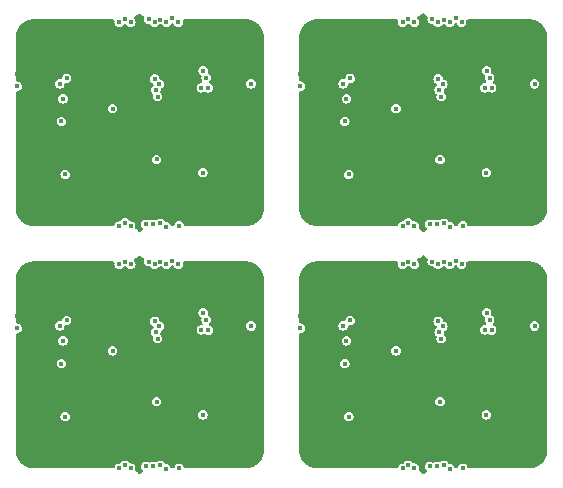
<source format=gbr>
%TF.GenerationSoftware,KiCad,Pcbnew,7.0.2-6a45011f42~172~ubuntu22.04.1*%
%TF.CreationDate,2023-05-19T13:44:39+01:00*%
%TF.ProjectId,panel,70616e65-6c2e-46b6-9963-61645f706362,rev?*%
%TF.SameCoordinates,Original*%
%TF.FileFunction,Copper,L2,Inr*%
%TF.FilePolarity,Positive*%
%FSLAX46Y46*%
G04 Gerber Fmt 4.6, Leading zero omitted, Abs format (unit mm)*
G04 Created by KiCad (PCBNEW 7.0.2-6a45011f42~172~ubuntu22.04.1) date 2023-05-19 13:44:39*
%MOMM*%
%LPD*%
G01*
G04 APERTURE LIST*
%TA.AperFunction,ViaPad*%
%ADD10C,0.400000*%
%TD*%
G04 APERTURE END LIST*
D10*
%TO.N,Board_3-SCLK*%
X43250002Y-31760001D03*
X43130002Y-48840001D03*
%TO.N,Board_3-RESETB*%
X35360003Y-40150000D03*
X41250002Y-31750001D03*
X41227587Y-49009992D03*
%TO.N,Board_3-IN_ref*%
X43510002Y-38040001D03*
X43420002Y-43370001D03*
%TO.N,Board_3-IN5*%
X43350002Y-37480001D03*
X35220002Y-36960001D03*
%TO.N,Board_3-IN4*%
X35810002Y-36500001D03*
X43660002Y-36990001D03*
%TO.N,Board_3-IN3*%
X43260002Y-36560001D03*
%TO.N,Board_3-IN2*%
X47210002Y-37300001D03*
%TO.N,Board_3-IN1*%
X47790002Y-37310001D03*
%TO.N,Board_3-I2C_SDA*%
X31600003Y-37160000D03*
X40259932Y-49020245D03*
X40250002Y-31760001D03*
%TO.N,Board_3-I2C_SCL*%
X40740003Y-48750000D03*
X40739429Y-31510002D03*
%TO.N,Board_3-GND*%
X44750002Y-31430001D03*
X31590003Y-36140000D03*
X47510001Y-39500000D03*
X42020003Y-31520000D03*
X43420002Y-44040001D03*
X51380002Y-42960001D03*
X44750002Y-48784597D03*
X35360003Y-44100000D03*
%TO.N,Board_3-D_RDYB*%
X47341893Y-44488892D03*
X35690002Y-44640001D03*
%TO.N,Board_3-DOUT*%
X45250002Y-31760001D03*
X45340002Y-49000001D03*
%TO.N,Board_3-DIN*%
X44240002Y-49060001D03*
X44250002Y-31760001D03*
%TO.N,Board_3-AUX2*%
X43740002Y-48755223D03*
X43750002Y-31520001D03*
X51420002Y-36970001D03*
%TO.N,Board_3-AUX1*%
X42750002Y-31510001D03*
X42530002Y-48850001D03*
X47620002Y-36460001D03*
%TO.N,Board_3-+3.3V*%
X35500003Y-38230000D03*
X47370002Y-35840001D03*
X39692698Y-39068384D03*
%TO.N,Board_2-SCLK*%
X19130001Y-48840001D03*
X19250001Y-31760001D03*
%TO.N,Board_2-RESETB*%
X17227586Y-49009992D03*
X11360002Y-40150000D03*
X17250001Y-31750001D03*
%TO.N,Board_2-IN_ref*%
X19510001Y-38040001D03*
X19420001Y-43370001D03*
%TO.N,Board_2-IN5*%
X19350001Y-37480001D03*
X11220001Y-36960001D03*
%TO.N,Board_2-IN4*%
X11810001Y-36500001D03*
X19660001Y-36990001D03*
%TO.N,Board_2-IN3*%
X19260001Y-36560001D03*
%TO.N,Board_2-IN2*%
X23210001Y-37300001D03*
%TO.N,Board_2-IN1*%
X23790001Y-37310001D03*
%TO.N,Board_2-I2C_SDA*%
X7600002Y-37160000D03*
X16250001Y-31760001D03*
X16259931Y-49020245D03*
%TO.N,Board_2-I2C_SCL*%
X16739428Y-31510002D03*
X16740002Y-48750000D03*
%TO.N,Board_2-GND*%
X19420001Y-44040001D03*
X23510000Y-39500000D03*
X27380001Y-42960001D03*
X18020002Y-31520000D03*
X11360002Y-44100000D03*
X7590002Y-36140000D03*
X20750001Y-31430001D03*
X20750001Y-48784597D03*
%TO.N,Board_2-D_RDYB*%
X11690001Y-44640001D03*
X23341892Y-44488892D03*
%TO.N,Board_2-DOUT*%
X21340001Y-49000001D03*
X21250001Y-31760001D03*
%TO.N,Board_2-DIN*%
X20250001Y-31760001D03*
X20240001Y-49060001D03*
%TO.N,Board_2-AUX2*%
X19750001Y-31520001D03*
X27420001Y-36970001D03*
X19740001Y-48755223D03*
%TO.N,Board_2-AUX1*%
X18530001Y-48850001D03*
X18750001Y-31510001D03*
X23620001Y-36460001D03*
%TO.N,Board_2-+3.3V*%
X15692697Y-39068384D03*
X11500002Y-38230000D03*
X23370001Y-35840001D03*
%TO.N,Board_1-SCLK*%
X43250002Y-11260000D03*
X43130002Y-28340000D03*
%TO.N,Board_1-RESETB*%
X35360003Y-19649999D03*
X41227587Y-28509991D03*
X41250002Y-11250000D03*
%TO.N,Board_1-IN_ref*%
X43510002Y-17540000D03*
X43420002Y-22870000D03*
%TO.N,Board_1-IN5*%
X35220002Y-16460000D03*
X43350002Y-16980000D03*
%TO.N,Board_1-IN4*%
X35810002Y-16000000D03*
X43660002Y-16490000D03*
%TO.N,Board_1-IN3*%
X43260002Y-16060000D03*
%TO.N,Board_1-IN2*%
X47210002Y-16800000D03*
%TO.N,Board_1-IN1*%
X47790002Y-16810000D03*
%TO.N,Board_1-I2C_SDA*%
X31600003Y-16659999D03*
X40250002Y-11260000D03*
X40259932Y-28520244D03*
%TO.N,Board_1-I2C_SCL*%
X40739429Y-11010001D03*
X40740003Y-28249999D03*
%TO.N,Board_1-GND*%
X31590003Y-15639999D03*
X47510001Y-18999999D03*
X35360003Y-23599999D03*
X44750002Y-28284596D03*
X42020003Y-11019999D03*
X43420002Y-23540000D03*
X44750002Y-10930000D03*
X51380002Y-22460000D03*
%TO.N,Board_1-D_RDYB*%
X47341893Y-23988891D03*
X35690002Y-24140000D03*
%TO.N,Board_1-DOUT*%
X45340002Y-28500000D03*
X45250002Y-11260000D03*
%TO.N,Board_1-DIN*%
X44240002Y-28560000D03*
X44250002Y-11260000D03*
%TO.N,Board_1-AUX2*%
X43750002Y-11020000D03*
X43740002Y-28255222D03*
X51420002Y-16470000D03*
%TO.N,Board_1-AUX1*%
X47620002Y-15960000D03*
X42530002Y-28350000D03*
X42750002Y-11010000D03*
%TO.N,Board_1-+3.3V*%
X39692698Y-18568383D03*
X35500003Y-17729999D03*
X47370002Y-15340000D03*
%TO.N,Board_0-SCLK*%
X19130001Y-28340000D03*
X19250001Y-11260000D03*
%TO.N,Board_0-RESETB*%
X17250001Y-11250000D03*
X17227586Y-28509991D03*
X11360002Y-19649999D03*
%TO.N,Board_0-IN_ref*%
X19420001Y-22870000D03*
X19510001Y-17540000D03*
%TO.N,Board_0-IN5*%
X11220001Y-16460000D03*
X19350001Y-16980000D03*
%TO.N,Board_0-IN4*%
X19660001Y-16490000D03*
X11810001Y-16000000D03*
%TO.N,Board_0-IN3*%
X19260001Y-16060000D03*
%TO.N,Board_0-IN2*%
X23210001Y-16800000D03*
%TO.N,Board_0-IN1*%
X23790001Y-16810000D03*
%TO.N,Board_0-I2C_SDA*%
X16259931Y-28520244D03*
X7600002Y-16659999D03*
X16250001Y-11260000D03*
%TO.N,Board_0-I2C_SCL*%
X16739428Y-11010001D03*
X16740002Y-28249999D03*
%TO.N,Board_0-GND*%
X7590002Y-15639999D03*
X18020002Y-11019999D03*
X20750001Y-28284596D03*
X11360002Y-23599999D03*
X20750001Y-10930000D03*
X23510000Y-18999999D03*
X27380001Y-22460000D03*
X19420001Y-23540000D03*
%TO.N,Board_0-D_RDYB*%
X11690001Y-24140000D03*
X23341892Y-23988891D03*
%TO.N,Board_0-DOUT*%
X21340001Y-28500000D03*
X21250001Y-11260000D03*
%TO.N,Board_0-DIN*%
X20240001Y-28560000D03*
X20250001Y-11260000D03*
%TO.N,Board_0-AUX2*%
X27420001Y-16470000D03*
X19750001Y-11020000D03*
X19740001Y-28255222D03*
%TO.N,Board_0-AUX1*%
X18530001Y-28350000D03*
X23620001Y-15960000D03*
X18750001Y-11010000D03*
%TO.N,Board_0-+3.3V*%
X23370001Y-15340000D03*
X11500002Y-17729999D03*
X15692697Y-18568383D03*
%TD*%
%TA.AperFunction,Conductor*%
%TO.N,Board_2-GND*%
G36*
X18090726Y-31020003D02*
G01*
X18121116Y-31047441D01*
X18190121Y-31133970D01*
X18302327Y-31210472D01*
X18302328Y-31210472D01*
X18318019Y-31221170D01*
X18316036Y-31224077D01*
X18348708Y-31245703D01*
X18377326Y-31310676D01*
X18366274Y-31380807D01*
X18364648Y-31384118D01*
X18364356Y-31384691D01*
X18344508Y-31510000D01*
X18364355Y-31635305D01*
X18421952Y-31748345D01*
X18511656Y-31838049D01*
X18511658Y-31838050D01*
X18511659Y-31838051D01*
X18624697Y-31895647D01*
X18750001Y-31915493D01*
X18779629Y-31910800D01*
X18850040Y-31919897D01*
X18904355Y-31965618D01*
X18911609Y-31978046D01*
X18921951Y-31998344D01*
X19011656Y-32088049D01*
X19011658Y-32088050D01*
X19011659Y-32088051D01*
X19124697Y-32145647D01*
X19250001Y-32165493D01*
X19375305Y-32145647D01*
X19488343Y-32088051D01*
X19578051Y-31998343D01*
X19583677Y-31987300D01*
X19632422Y-31935686D01*
X19701336Y-31918617D01*
X19715655Y-31920053D01*
X19750001Y-31925493D01*
X19784345Y-31920053D01*
X19854755Y-31929152D01*
X19909070Y-31974874D01*
X19916321Y-31987296D01*
X19921950Y-31998343D01*
X20011656Y-32088049D01*
X20011658Y-32088050D01*
X20011659Y-32088051D01*
X20124697Y-32145647D01*
X20250001Y-32165493D01*
X20375305Y-32145647D01*
X20488343Y-32088051D01*
X20578051Y-31998343D01*
X20635647Y-31885305D01*
X20635647Y-31885304D01*
X20637734Y-31881209D01*
X20686483Y-31829594D01*
X20755397Y-31812528D01*
X20822599Y-31835429D01*
X20862268Y-31881209D01*
X20864354Y-31885304D01*
X20864355Y-31885305D01*
X20878136Y-31912351D01*
X20921952Y-31998345D01*
X21011656Y-32088049D01*
X21011658Y-32088050D01*
X21011659Y-32088051D01*
X21124697Y-32145647D01*
X21250001Y-32165493D01*
X21375305Y-32145647D01*
X21488343Y-32088051D01*
X21578051Y-31998343D01*
X21635647Y-31885305D01*
X21655493Y-31760001D01*
X21653647Y-31748343D01*
X21637471Y-31646210D01*
X21646571Y-31575799D01*
X21692293Y-31521485D01*
X21760121Y-31500513D01*
X21761920Y-31500500D01*
X26991794Y-31500500D01*
X26995090Y-31500543D01*
X26999142Y-31500649D01*
X27075174Y-31502638D01*
X27081747Y-31502984D01*
X27153439Y-31508627D01*
X27159996Y-31509316D01*
X27165200Y-31510001D01*
X27231292Y-31518701D01*
X27237762Y-31519725D01*
X27308493Y-31532835D01*
X27314925Y-31534202D01*
X27384848Y-31550989D01*
X27391201Y-31552691D01*
X27460174Y-31573121D01*
X27466423Y-31575151D01*
X27534198Y-31599152D01*
X27540339Y-31601509D01*
X27606792Y-31629035D01*
X27612806Y-31631713D01*
X27677716Y-31662674D01*
X27683557Y-31665649D01*
X27746801Y-31699987D01*
X27752460Y-31703255D01*
X27813784Y-31740835D01*
X27819282Y-31744404D01*
X27878565Y-31785148D01*
X27883892Y-31789018D01*
X27940940Y-31832793D01*
X27946058Y-31836938D01*
X27978586Y-31864718D01*
X28000737Y-31883636D01*
X28005644Y-31888054D01*
X28057788Y-31937539D01*
X28062449Y-31942200D01*
X28082496Y-31963324D01*
X28111958Y-31994370D01*
X28116346Y-31999244D01*
X28130588Y-32015918D01*
X28163049Y-32053925D01*
X28167200Y-32059051D01*
X28210979Y-32116105D01*
X28214855Y-32121441D01*
X28255561Y-32180667D01*
X28259155Y-32186201D01*
X28296742Y-32247538D01*
X28300040Y-32253250D01*
X28334334Y-32316412D01*
X28337328Y-32322289D01*
X28368286Y-32387193D01*
X28370970Y-32393221D01*
X28398482Y-32459642D01*
X28400846Y-32465799D01*
X28424847Y-32533575D01*
X28426885Y-32539848D01*
X28447300Y-32608765D01*
X28449008Y-32615140D01*
X28465795Y-32685067D01*
X28467166Y-32691518D01*
X28480267Y-32762208D01*
X28481299Y-32768722D01*
X28490684Y-32840003D01*
X28491374Y-32846564D01*
X28497016Y-32918252D01*
X28497361Y-32924839D01*
X28499458Y-33004906D01*
X28499501Y-33008205D01*
X28499501Y-47492061D01*
X28499461Y-47495255D01*
X28497496Y-47572759D01*
X28497172Y-47579132D01*
X28491890Y-47648495D01*
X28491244Y-47654847D01*
X28482455Y-47723857D01*
X28481489Y-47730168D01*
X28469211Y-47798669D01*
X28467926Y-47804919D01*
X28452197Y-47872705D01*
X28450596Y-47878887D01*
X28431453Y-47945788D01*
X28429542Y-47951879D01*
X28407043Y-48017702D01*
X28404826Y-48023690D01*
X28379010Y-48088317D01*
X28376493Y-48094182D01*
X28347449Y-48157394D01*
X28344637Y-48163126D01*
X28312419Y-48224803D01*
X28309322Y-48230383D01*
X28274026Y-48290344D01*
X28270648Y-48295763D01*
X28232369Y-48353844D01*
X28228722Y-48359084D01*
X28187523Y-48415189D01*
X28183616Y-48420237D01*
X28139654Y-48474152D01*
X28135496Y-48478995D01*
X28088843Y-48530633D01*
X28084444Y-48535261D01*
X28035248Y-48584456D01*
X28030634Y-48588843D01*
X27978980Y-48635511D01*
X27974161Y-48639647D01*
X27922290Y-48681943D01*
X27920252Y-48683605D01*
X27915205Y-48687512D01*
X27859075Y-48728729D01*
X27853835Y-48732375D01*
X27795766Y-48770646D01*
X27790347Y-48774024D01*
X27730383Y-48809322D01*
X27724803Y-48812419D01*
X27663126Y-48844637D01*
X27657394Y-48847449D01*
X27594182Y-48876493D01*
X27588317Y-48879010D01*
X27523690Y-48904826D01*
X27517702Y-48907043D01*
X27451879Y-48929542D01*
X27445788Y-48931454D01*
X27378886Y-48950597D01*
X27372706Y-48952197D01*
X27304920Y-48967927D01*
X27298665Y-48969212D01*
X27230167Y-48981488D01*
X27223860Y-48982454D01*
X27154848Y-48991244D01*
X27148495Y-48991890D01*
X27079132Y-48997172D01*
X27072759Y-48997496D01*
X26998239Y-48999385D01*
X26995254Y-48999461D01*
X26992062Y-48999501D01*
X21853028Y-48999501D01*
X21784907Y-48979499D01*
X21738414Y-48925843D01*
X21728579Y-48893210D01*
X21725647Y-48874696D01*
X21689350Y-48803461D01*
X21668051Y-48761659D01*
X21668050Y-48761658D01*
X21668049Y-48761656D01*
X21578345Y-48671952D01*
X21465305Y-48614355D01*
X21340000Y-48594508D01*
X21214696Y-48614355D01*
X21101656Y-48671952D01*
X21011952Y-48761656D01*
X20954354Y-48874696D01*
X20951423Y-48893210D01*
X20921011Y-48957364D01*
X20860744Y-48994891D01*
X20826974Y-48999501D01*
X20735880Y-48999501D01*
X20667759Y-48979499D01*
X20623614Y-48930704D01*
X20568052Y-48821659D01*
X20478345Y-48731952D01*
X20365305Y-48674355D01*
X20240001Y-48654509D01*
X20239998Y-48654509D01*
X20239997Y-48654509D01*
X20236189Y-48655112D01*
X20165779Y-48646008D01*
X20111468Y-48600283D01*
X20104219Y-48587865D01*
X20068051Y-48516881D01*
X20068050Y-48516880D01*
X20068049Y-48516878D01*
X19978345Y-48427174D01*
X19865305Y-48369577D01*
X19740001Y-48349730D01*
X19614696Y-48369577D01*
X19501656Y-48427174D01*
X19465229Y-48463602D01*
X19402917Y-48497628D01*
X19332102Y-48492563D01*
X19318931Y-48486774D01*
X19255305Y-48454355D01*
X19130001Y-48434508D01*
X19004696Y-48454355D01*
X18877391Y-48519221D01*
X18807614Y-48532325D01*
X18762985Y-48519221D01*
X18655305Y-48464355D01*
X18530001Y-48444508D01*
X18404696Y-48464355D01*
X18291656Y-48521952D01*
X18201952Y-48611656D01*
X18144355Y-48724696D01*
X18124508Y-48850001D01*
X18144355Y-48975305D01*
X18201952Y-49088345D01*
X18251405Y-49137798D01*
X18285431Y-49200110D01*
X18280366Y-49270925D01*
X18248012Y-49319257D01*
X18143806Y-49415945D01*
X18131650Y-49437001D01*
X18080267Y-49485995D01*
X18022531Y-49500001D01*
X17977396Y-49500001D01*
X17909275Y-49479999D01*
X17878887Y-49452563D01*
X17809880Y-49366031D01*
X17697674Y-49289529D01*
X17697672Y-49289528D01*
X17686903Y-49282186D01*
X17639074Y-49250518D01*
X17610465Y-49185541D01*
X17610966Y-49149601D01*
X17614252Y-49128859D01*
X17633078Y-49009992D01*
X17613232Y-48884688D01*
X17555636Y-48771650D01*
X17555635Y-48771649D01*
X17555634Y-48771647D01*
X17465930Y-48681943D01*
X17352890Y-48624346D01*
X17227581Y-48604499D01*
X17214150Y-48606626D01*
X17143740Y-48597525D01*
X17089427Y-48551801D01*
X17082177Y-48539380D01*
X17073297Y-48521952D01*
X17068052Y-48511658D01*
X17068051Y-48511657D01*
X17068050Y-48511655D01*
X16978346Y-48421951D01*
X16865306Y-48364354D01*
X16740001Y-48344507D01*
X16614697Y-48364354D01*
X16501657Y-48421951D01*
X16411951Y-48511657D01*
X16393552Y-48547768D01*
X16344804Y-48599383D01*
X16275889Y-48616448D01*
X16261577Y-48615013D01*
X16259932Y-48614752D01*
X16134626Y-48634599D01*
X16021586Y-48692196D01*
X15931882Y-48781900D01*
X15866441Y-48910333D01*
X15844147Y-48957364D01*
X15783879Y-48994892D01*
X15750110Y-48999501D01*
X9007940Y-48999501D01*
X9004747Y-48999461D01*
X8927241Y-48997496D01*
X8920867Y-48997172D01*
X8851504Y-48991890D01*
X8845152Y-48991244D01*
X8808052Y-48986519D01*
X8776137Y-48982454D01*
X8769844Y-48981491D01*
X8729557Y-48974270D01*
X8701330Y-48969211D01*
X8695080Y-48967926D01*
X8627294Y-48952197D01*
X8621112Y-48950596D01*
X8554211Y-48931453D01*
X8548120Y-48929542D01*
X8482297Y-48907043D01*
X8476309Y-48904826D01*
X8411682Y-48879010D01*
X8405833Y-48876500D01*
X8342603Y-48847448D01*
X8336873Y-48844637D01*
X8275196Y-48812419D01*
X8269616Y-48809322D01*
X8209655Y-48774026D01*
X8204236Y-48770648D01*
X8146155Y-48732369D01*
X8140915Y-48728722D01*
X8084810Y-48687523D01*
X8079762Y-48683616D01*
X8025847Y-48639654D01*
X8021004Y-48635496D01*
X7969366Y-48588843D01*
X7964738Y-48584444D01*
X7915543Y-48535248D01*
X7911156Y-48530633D01*
X7864468Y-48478958D01*
X7860371Y-48474184D01*
X7816369Y-48420220D01*
X7812487Y-48415205D01*
X7771263Y-48359065D01*
X7767624Y-48353835D01*
X7764919Y-48349731D01*
X7729346Y-48295756D01*
X7725975Y-48290347D01*
X7725973Y-48290344D01*
X7690671Y-48230373D01*
X7687580Y-48224803D01*
X7655362Y-48163126D01*
X7652559Y-48157412D01*
X7623491Y-48094147D01*
X7620997Y-48088336D01*
X7595165Y-48023669D01*
X7592956Y-48017702D01*
X7570457Y-47951879D01*
X7568545Y-47945788D01*
X7549396Y-47878865D01*
X7547808Y-47872729D01*
X7532066Y-47804891D01*
X7530788Y-47798669D01*
X7518510Y-47730161D01*
X7517545Y-47723859D01*
X7516714Y-47717335D01*
X7508753Y-47654825D01*
X7508111Y-47648513D01*
X7502827Y-47579125D01*
X7502504Y-47572767D01*
X7501727Y-47542106D01*
X7500540Y-47495238D01*
X7500500Y-47492047D01*
X7500500Y-44640001D01*
X11284508Y-44640001D01*
X11304355Y-44765305D01*
X11361952Y-44878345D01*
X11451656Y-44968049D01*
X11451658Y-44968050D01*
X11451659Y-44968051D01*
X11564697Y-45025647D01*
X11670153Y-45042349D01*
X11690000Y-45045493D01*
X11690000Y-45045492D01*
X11690001Y-45045493D01*
X11815305Y-45025647D01*
X11928343Y-44968051D01*
X12018051Y-44878343D01*
X12075647Y-44765305D01*
X12095493Y-44640001D01*
X12075647Y-44514697D01*
X12062499Y-44488892D01*
X22936399Y-44488892D01*
X22956246Y-44614196D01*
X23013843Y-44727236D01*
X23103547Y-44816940D01*
X23103549Y-44816941D01*
X23103550Y-44816942D01*
X23216588Y-44874538D01*
X23341892Y-44894384D01*
X23467196Y-44874538D01*
X23580234Y-44816942D01*
X23669942Y-44727234D01*
X23727538Y-44614196D01*
X23747384Y-44488892D01*
X23727538Y-44363588D01*
X23669942Y-44250550D01*
X23669941Y-44250549D01*
X23669940Y-44250547D01*
X23580236Y-44160843D01*
X23467196Y-44103246D01*
X23341892Y-44083399D01*
X23216587Y-44103246D01*
X23103547Y-44160843D01*
X23013843Y-44250547D01*
X22956246Y-44363587D01*
X22936399Y-44488892D01*
X12062499Y-44488892D01*
X12018051Y-44401659D01*
X12018050Y-44401658D01*
X12018049Y-44401656D01*
X11928345Y-44311952D01*
X11815305Y-44254355D01*
X11690001Y-44234508D01*
X11564696Y-44254355D01*
X11451656Y-44311952D01*
X11361952Y-44401656D01*
X11304355Y-44514696D01*
X11284508Y-44640001D01*
X7500500Y-44640001D01*
X7500500Y-43370000D01*
X19014508Y-43370000D01*
X19034355Y-43495305D01*
X19091952Y-43608345D01*
X19181656Y-43698049D01*
X19181658Y-43698050D01*
X19181659Y-43698051D01*
X19294697Y-43755647D01*
X19420001Y-43775493D01*
X19545305Y-43755647D01*
X19658343Y-43698051D01*
X19748051Y-43608343D01*
X19805647Y-43495305D01*
X19825493Y-43370001D01*
X19805647Y-43244697D01*
X19748051Y-43131659D01*
X19748050Y-43131658D01*
X19748049Y-43131656D01*
X19658345Y-43041952D01*
X19545305Y-42984355D01*
X19420001Y-42964508D01*
X19294696Y-42984355D01*
X19181656Y-43041952D01*
X19091952Y-43131656D01*
X19034355Y-43244696D01*
X19014508Y-43370000D01*
X7500500Y-43370000D01*
X7500500Y-40149999D01*
X10954509Y-40149999D01*
X10974356Y-40275304D01*
X11031953Y-40388344D01*
X11121657Y-40478048D01*
X11121659Y-40478049D01*
X11121660Y-40478050D01*
X11234698Y-40535646D01*
X11360002Y-40555492D01*
X11485306Y-40535646D01*
X11598344Y-40478050D01*
X11688052Y-40388342D01*
X11745648Y-40275304D01*
X11765494Y-40150000D01*
X11745648Y-40024696D01*
X11688052Y-39911658D01*
X11688051Y-39911657D01*
X11688050Y-39911655D01*
X11598346Y-39821951D01*
X11485306Y-39764354D01*
X11360002Y-39744507D01*
X11234697Y-39764354D01*
X11121657Y-39821951D01*
X11031953Y-39911655D01*
X10974356Y-40024695D01*
X10954509Y-40149999D01*
X7500500Y-40149999D01*
X7500500Y-39068384D01*
X15287204Y-39068384D01*
X15307051Y-39193688D01*
X15364648Y-39306728D01*
X15454352Y-39396432D01*
X15454354Y-39396433D01*
X15454355Y-39396434D01*
X15567393Y-39454030D01*
X15692697Y-39473876D01*
X15818001Y-39454030D01*
X15931039Y-39396434D01*
X16020747Y-39306726D01*
X16078343Y-39193688D01*
X16098189Y-39068384D01*
X16078343Y-38943080D01*
X16020747Y-38830042D01*
X16020746Y-38830041D01*
X16020745Y-38830039D01*
X15931041Y-38740335D01*
X15818001Y-38682738D01*
X15692697Y-38662891D01*
X15567392Y-38682738D01*
X15454352Y-38740335D01*
X15364648Y-38830039D01*
X15307051Y-38943079D01*
X15287204Y-39068384D01*
X7500500Y-39068384D01*
X7500500Y-38229999D01*
X11094509Y-38229999D01*
X11114356Y-38355304D01*
X11171953Y-38468344D01*
X11261657Y-38558048D01*
X11261659Y-38558049D01*
X11261660Y-38558050D01*
X11374698Y-38615646D01*
X11500002Y-38635492D01*
X11625306Y-38615646D01*
X11738344Y-38558050D01*
X11828052Y-38468342D01*
X11885648Y-38355304D01*
X11905494Y-38230000D01*
X11885648Y-38104696D01*
X11828052Y-37991658D01*
X11828051Y-37991657D01*
X11828050Y-37991655D01*
X11738346Y-37901951D01*
X11625306Y-37844354D01*
X11500002Y-37824507D01*
X11374697Y-37844354D01*
X11261657Y-37901951D01*
X11171953Y-37991655D01*
X11114356Y-38104695D01*
X11094509Y-38229999D01*
X7500500Y-38229999D01*
X7500500Y-37688866D01*
X7520502Y-37620745D01*
X7574158Y-37574252D01*
X7606789Y-37564417D01*
X7725306Y-37545646D01*
X7838344Y-37488050D01*
X7928052Y-37398342D01*
X7985648Y-37285304D01*
X8005494Y-37160000D01*
X7985648Y-37034696D01*
X7947589Y-36960001D01*
X10814508Y-36960001D01*
X10834355Y-37085305D01*
X10891952Y-37198345D01*
X10981656Y-37288049D01*
X10981658Y-37288050D01*
X10981659Y-37288051D01*
X11094697Y-37345647D01*
X11220001Y-37365493D01*
X11345305Y-37345647D01*
X11458343Y-37288051D01*
X11548051Y-37198343D01*
X11605647Y-37085305D01*
X11618719Y-37002766D01*
X11649131Y-36938615D01*
X11709399Y-36901088D01*
X11762876Y-36898029D01*
X11810001Y-36905493D01*
X11935305Y-36885647D01*
X12048343Y-36828051D01*
X12138051Y-36738343D01*
X12195647Y-36625305D01*
X12205990Y-36560001D01*
X18854508Y-36560001D01*
X18874355Y-36685305D01*
X18931952Y-36798345D01*
X19021657Y-36888050D01*
X19021659Y-36888051D01*
X19105288Y-36930662D01*
X19156904Y-36979410D01*
X19173970Y-37048325D01*
X19151070Y-37115526D01*
X19125561Y-37137630D01*
X19125770Y-37137839D01*
X19021952Y-37241656D01*
X18964355Y-37354696D01*
X18944508Y-37480001D01*
X18964355Y-37605305D01*
X19021952Y-37718345D01*
X19091803Y-37788196D01*
X19125829Y-37850508D01*
X19127157Y-37897001D01*
X19104508Y-38040000D01*
X19124355Y-38165305D01*
X19181952Y-38278345D01*
X19271656Y-38368049D01*
X19271658Y-38368050D01*
X19271659Y-38368051D01*
X19384697Y-38425647D01*
X19510001Y-38445493D01*
X19635305Y-38425647D01*
X19748343Y-38368051D01*
X19838051Y-38278343D01*
X19895647Y-38165305D01*
X19915493Y-38040001D01*
X19895647Y-37914697D01*
X19838051Y-37801659D01*
X19838050Y-37801658D01*
X19838049Y-37801656D01*
X19768198Y-37731805D01*
X19734172Y-37669493D01*
X19732844Y-37622999D01*
X19741953Y-37565492D01*
X19755493Y-37480001D01*
X19758615Y-37460290D01*
X19760281Y-37460553D01*
X19765845Y-37417501D01*
X19811567Y-37363187D01*
X19823987Y-37355937D01*
X19898343Y-37318051D01*
X19916393Y-37300001D01*
X22804508Y-37300001D01*
X22824355Y-37425305D01*
X22881952Y-37538345D01*
X22971656Y-37628049D01*
X22971658Y-37628050D01*
X22971659Y-37628051D01*
X23084697Y-37685647D01*
X23210001Y-37705493D01*
X23335305Y-37685647D01*
X23432986Y-37635875D01*
X23502761Y-37622772D01*
X23547391Y-37635876D01*
X23551658Y-37638050D01*
X23551659Y-37638051D01*
X23664697Y-37695647D01*
X23790001Y-37715493D01*
X23915305Y-37695647D01*
X24028343Y-37638051D01*
X24118051Y-37548343D01*
X24175647Y-37435305D01*
X24195493Y-37310001D01*
X24175647Y-37184697D01*
X24118051Y-37071659D01*
X24118050Y-37071658D01*
X24118049Y-37071656D01*
X24028343Y-36981950D01*
X24004890Y-36970000D01*
X27014508Y-36970000D01*
X27034355Y-37095305D01*
X27091952Y-37208345D01*
X27181656Y-37298049D01*
X27181658Y-37298050D01*
X27181659Y-37298051D01*
X27294697Y-37355647D01*
X27420001Y-37375493D01*
X27545305Y-37355647D01*
X27658343Y-37298051D01*
X27748051Y-37208343D01*
X27805647Y-37095305D01*
X27825493Y-36970001D01*
X27805647Y-36844697D01*
X27748051Y-36731659D01*
X27748050Y-36731658D01*
X27748049Y-36731656D01*
X27658345Y-36641952D01*
X27545305Y-36584355D01*
X27420001Y-36564508D01*
X27294696Y-36584355D01*
X27181656Y-36641952D01*
X27091952Y-36731656D01*
X27034355Y-36844696D01*
X27014508Y-36970000D01*
X24004890Y-36970000D01*
X23941795Y-36937851D01*
X23890180Y-36889103D01*
X23873115Y-36820188D01*
X23896016Y-36752986D01*
X23909898Y-36736495D01*
X23948051Y-36698343D01*
X24005647Y-36585305D01*
X24025493Y-36460001D01*
X24005647Y-36334697D01*
X23948051Y-36221659D01*
X23948050Y-36221658D01*
X23948049Y-36221656D01*
X23858345Y-36131952D01*
X23820459Y-36112648D01*
X23768844Y-36063899D01*
X23751778Y-35994984D01*
X23753213Y-35980670D01*
X23775493Y-35840000D01*
X23772349Y-35820153D01*
X23755647Y-35714697D01*
X23698051Y-35601659D01*
X23698050Y-35601658D01*
X23698049Y-35601656D01*
X23608345Y-35511952D01*
X23495305Y-35454355D01*
X23370001Y-35434508D01*
X23244696Y-35454355D01*
X23131656Y-35511952D01*
X23041952Y-35601656D01*
X22984355Y-35714696D01*
X22964508Y-35840001D01*
X22984355Y-35965305D01*
X23041952Y-36078345D01*
X23131657Y-36168050D01*
X23169541Y-36187353D01*
X23221157Y-36236101D01*
X23238223Y-36305016D01*
X23236788Y-36319330D01*
X23214508Y-36460000D01*
X23224231Y-36521387D01*
X23234355Y-36585305D01*
X23291950Y-36698342D01*
X23299586Y-36713327D01*
X23312690Y-36783104D01*
X23285990Y-36848888D01*
X23227963Y-36889795D01*
X23207030Y-36894979D01*
X23084696Y-36914355D01*
X22971656Y-36971952D01*
X22881952Y-37061656D01*
X22824355Y-37174696D01*
X22804508Y-37300001D01*
X19916393Y-37300001D01*
X19988051Y-37228343D01*
X20045647Y-37115305D01*
X20065493Y-36990001D01*
X20045647Y-36864697D01*
X19988051Y-36751659D01*
X19988050Y-36751658D01*
X19988049Y-36751656D01*
X19898345Y-36661952D01*
X19785305Y-36604355D01*
X19760032Y-36600352D01*
X19695879Y-36569939D01*
X19658353Y-36509670D01*
X19655295Y-36495613D01*
X19645647Y-36434697D01*
X19588051Y-36321659D01*
X19588050Y-36321658D01*
X19588049Y-36321656D01*
X19498345Y-36231952D01*
X19385305Y-36174355D01*
X19260001Y-36154508D01*
X19134696Y-36174355D01*
X19021656Y-36231952D01*
X18931952Y-36321656D01*
X18874355Y-36434696D01*
X18854508Y-36560001D01*
X12205990Y-36560001D01*
X12215493Y-36500001D01*
X12195647Y-36374697D01*
X12138051Y-36261659D01*
X12138050Y-36261658D01*
X12138049Y-36261656D01*
X12048345Y-36171952D01*
X11935305Y-36114355D01*
X11810000Y-36094508D01*
X11684696Y-36114355D01*
X11571656Y-36171952D01*
X11481952Y-36261656D01*
X11424355Y-36374696D01*
X11411282Y-36457234D01*
X11380869Y-36521387D01*
X11320601Y-36558914D01*
X11267123Y-36561972D01*
X11220001Y-36554508D01*
X11094696Y-36574355D01*
X10981656Y-36631952D01*
X10891952Y-36721656D01*
X10834355Y-36834696D01*
X10814508Y-36960001D01*
X7947589Y-36960001D01*
X7928052Y-36921658D01*
X7928051Y-36921657D01*
X7928050Y-36921655D01*
X7838346Y-36831951D01*
X7725306Y-36774353D01*
X7606789Y-36755582D01*
X7542636Y-36725169D01*
X7505109Y-36664901D01*
X7500500Y-36631133D01*
X7500500Y-33008205D01*
X7500543Y-33004909D01*
X7501779Y-32957687D01*
X7502639Y-32924822D01*
X7502981Y-32918272D01*
X7508628Y-32846528D01*
X7509311Y-32840038D01*
X7518705Y-32768681D01*
X7519731Y-32762208D01*
X7532837Y-32691492D01*
X7534203Y-32685067D01*
X7551005Y-32615085D01*
X7552683Y-32608821D01*
X7573123Y-32539820D01*
X7575153Y-32533575D01*
X7599159Y-32465782D01*
X7601514Y-32459649D01*
X7602293Y-32457770D01*
X7610168Y-32438755D01*
X7629043Y-32393191D01*
X7631716Y-32387186D01*
X7662681Y-32322268D01*
X7665643Y-32316453D01*
X7699988Y-32253197D01*
X7703246Y-32247554D01*
X7740850Y-32186192D01*
X7744394Y-32180734D01*
X7785158Y-32121420D01*
X7789017Y-32116109D01*
X7798439Y-32103830D01*
X7832804Y-32059044D01*
X7836948Y-32053928D01*
X7869412Y-32015918D01*
X7883651Y-31999245D01*
X7888037Y-31994374D01*
X7937564Y-31942184D01*
X7942207Y-31937543D01*
X7954906Y-31925492D01*
X7994358Y-31888053D01*
X7999234Y-31883662D01*
X8053942Y-31836938D01*
X8059060Y-31832793D01*
X8116123Y-31789006D01*
X8121410Y-31785165D01*
X8180719Y-31744404D01*
X8186191Y-31740851D01*
X8247555Y-31703247D01*
X8253221Y-31699975D01*
X8316441Y-31665650D01*
X8322265Y-31662682D01*
X8387210Y-31631705D01*
X8393178Y-31629047D01*
X8459672Y-31601505D01*
X8465805Y-31599152D01*
X8465811Y-31599150D01*
X8533596Y-31575145D01*
X8539793Y-31573131D01*
X8608817Y-31552685D01*
X8615130Y-31550994D01*
X8685085Y-31534198D01*
X8691501Y-31532835D01*
X8762209Y-31519731D01*
X8768695Y-31518703D01*
X8840041Y-31509310D01*
X8846530Y-31508628D01*
X8918271Y-31502982D01*
X8924823Y-31502638D01*
X9001124Y-31500642D01*
X9004909Y-31500543D01*
X9008205Y-31500500D01*
X15738082Y-31500500D01*
X15806203Y-31520502D01*
X15852696Y-31574158D01*
X15862800Y-31644432D01*
X15862531Y-31646210D01*
X15844508Y-31760000D01*
X15864355Y-31885305D01*
X15921952Y-31998345D01*
X16011656Y-32088049D01*
X16011658Y-32088050D01*
X16011659Y-32088051D01*
X16124697Y-32145647D01*
X16250001Y-32165493D01*
X16375305Y-32145647D01*
X16488343Y-32088051D01*
X16578051Y-31998343D01*
X16587601Y-31979597D01*
X16636348Y-31927982D01*
X16705263Y-31910914D01*
X16719582Y-31912351D01*
X16739424Y-31915494D01*
X16739425Y-31915493D01*
X16739428Y-31915494D01*
X16783558Y-31908504D01*
X16853966Y-31917603D01*
X16908281Y-31963324D01*
X16915533Y-31975748D01*
X16921951Y-31988344D01*
X17011656Y-32078049D01*
X17011658Y-32078050D01*
X17011659Y-32078051D01*
X17124697Y-32135647D01*
X17250001Y-32155493D01*
X17375305Y-32135647D01*
X17488343Y-32078051D01*
X17578051Y-31988343D01*
X17635647Y-31875305D01*
X17655493Y-31750001D01*
X17655439Y-31749663D01*
X17650610Y-31719173D01*
X17635647Y-31624697D01*
X17578051Y-31511659D01*
X17578050Y-31511658D01*
X17578049Y-31511656D01*
X17521787Y-31455394D01*
X17487761Y-31393082D01*
X17492826Y-31322267D01*
X17535373Y-31265431D01*
X17592101Y-31241706D01*
X17634288Y-31235348D01*
X17756643Y-31176425D01*
X17856195Y-31084055D01*
X17868351Y-31063001D01*
X17919733Y-31014008D01*
X17977470Y-31000001D01*
X18022605Y-31000001D01*
X18090726Y-31020003D01*
G37*
%TD.AperFunction*%
%TD*%
%TA.AperFunction,Conductor*%
%TO.N,Board_0-GND*%
G36*
X18090726Y-10520002D02*
G01*
X18121113Y-10547437D01*
X18190121Y-10633970D01*
X18302327Y-10710472D01*
X18302328Y-10710472D01*
X18318019Y-10721170D01*
X18316036Y-10724077D01*
X18348708Y-10745703D01*
X18377326Y-10810676D01*
X18366274Y-10880807D01*
X18364647Y-10884121D01*
X18364355Y-10884693D01*
X18344508Y-11010000D01*
X18364355Y-11135304D01*
X18421952Y-11248344D01*
X18511656Y-11338048D01*
X18511658Y-11338049D01*
X18511659Y-11338050D01*
X18624697Y-11395646D01*
X18750001Y-11415492D01*
X18779629Y-11410799D01*
X18850040Y-11419896D01*
X18904355Y-11465617D01*
X18911609Y-11478045D01*
X18921951Y-11498343D01*
X19011656Y-11588048D01*
X19011658Y-11588049D01*
X19011659Y-11588050D01*
X19124697Y-11645646D01*
X19250001Y-11665492D01*
X19375305Y-11645646D01*
X19488343Y-11588050D01*
X19578051Y-11498342D01*
X19583677Y-11487299D01*
X19632422Y-11435685D01*
X19701336Y-11418616D01*
X19715655Y-11420052D01*
X19750001Y-11425492D01*
X19784345Y-11420052D01*
X19854755Y-11429151D01*
X19909070Y-11474873D01*
X19916321Y-11487295D01*
X19921950Y-11498342D01*
X20011656Y-11588048D01*
X20011658Y-11588049D01*
X20011659Y-11588050D01*
X20124697Y-11645646D01*
X20250001Y-11665492D01*
X20375305Y-11645646D01*
X20488343Y-11588050D01*
X20578051Y-11498342D01*
X20635647Y-11385304D01*
X20635647Y-11385303D01*
X20637734Y-11381208D01*
X20686483Y-11329593D01*
X20755397Y-11312527D01*
X20822599Y-11335428D01*
X20862268Y-11381208D01*
X20864354Y-11385303D01*
X20864355Y-11385304D01*
X20878136Y-11412350D01*
X20921952Y-11498344D01*
X21011656Y-11588048D01*
X21011658Y-11588049D01*
X21011659Y-11588050D01*
X21124697Y-11645646D01*
X21250001Y-11665492D01*
X21375305Y-11645646D01*
X21488343Y-11588050D01*
X21578051Y-11498342D01*
X21635647Y-11385304D01*
X21655493Y-11260000D01*
X21653647Y-11248342D01*
X21637471Y-11146209D01*
X21646571Y-11075798D01*
X21692293Y-11021484D01*
X21760121Y-11000512D01*
X21761920Y-11000499D01*
X26991794Y-11000499D01*
X26995090Y-11000542D01*
X26999142Y-11000648D01*
X27075174Y-11002637D01*
X27081747Y-11002983D01*
X27153439Y-11008626D01*
X27159996Y-11009315D01*
X27165200Y-11010000D01*
X27231292Y-11018700D01*
X27237762Y-11019724D01*
X27308493Y-11032834D01*
X27314925Y-11034201D01*
X27384848Y-11050988D01*
X27391201Y-11052690D01*
X27460174Y-11073120D01*
X27466423Y-11075150D01*
X27534198Y-11099151D01*
X27540339Y-11101508D01*
X27606792Y-11129034D01*
X27612806Y-11131712D01*
X27677716Y-11162673D01*
X27683557Y-11165648D01*
X27746801Y-11199986D01*
X27752460Y-11203254D01*
X27813784Y-11240834D01*
X27819282Y-11244403D01*
X27878565Y-11285147D01*
X27883892Y-11289017D01*
X27940940Y-11332792D01*
X27946058Y-11336937D01*
X27978586Y-11364717D01*
X28000737Y-11383635D01*
X28005644Y-11388053D01*
X28057788Y-11437538D01*
X28062449Y-11442199D01*
X28082496Y-11463323D01*
X28111958Y-11494369D01*
X28116346Y-11499243D01*
X28130588Y-11515917D01*
X28163049Y-11553924D01*
X28167200Y-11559050D01*
X28210979Y-11616104D01*
X28214855Y-11621440D01*
X28255561Y-11680666D01*
X28259155Y-11686200D01*
X28296742Y-11747537D01*
X28300040Y-11753249D01*
X28334334Y-11816411D01*
X28337328Y-11822288D01*
X28368286Y-11887192D01*
X28370970Y-11893220D01*
X28398482Y-11959641D01*
X28400846Y-11965798D01*
X28424847Y-12033574D01*
X28426885Y-12039847D01*
X28447300Y-12108764D01*
X28449008Y-12115139D01*
X28465795Y-12185066D01*
X28467166Y-12191517D01*
X28480267Y-12262207D01*
X28481299Y-12268721D01*
X28490684Y-12340002D01*
X28491374Y-12346563D01*
X28497016Y-12418251D01*
X28497361Y-12424838D01*
X28499458Y-12504905D01*
X28499501Y-12508204D01*
X28499501Y-26992060D01*
X28499461Y-26995254D01*
X28497496Y-27072758D01*
X28497172Y-27079131D01*
X28491890Y-27148494D01*
X28491244Y-27154846D01*
X28482455Y-27223856D01*
X28481489Y-27230167D01*
X28469211Y-27298668D01*
X28467926Y-27304918D01*
X28452197Y-27372704D01*
X28450596Y-27378886D01*
X28431453Y-27445787D01*
X28429542Y-27451878D01*
X28407043Y-27517701D01*
X28404826Y-27523689D01*
X28379010Y-27588316D01*
X28376493Y-27594181D01*
X28347449Y-27657393D01*
X28344637Y-27663125D01*
X28312419Y-27724802D01*
X28309322Y-27730382D01*
X28274026Y-27790343D01*
X28270648Y-27795762D01*
X28232369Y-27853843D01*
X28228722Y-27859083D01*
X28187523Y-27915188D01*
X28183616Y-27920236D01*
X28139654Y-27974151D01*
X28135496Y-27978994D01*
X28088843Y-28030632D01*
X28084444Y-28035260D01*
X28035248Y-28084455D01*
X28030634Y-28088842D01*
X27978980Y-28135510D01*
X27974161Y-28139646D01*
X27922290Y-28181942D01*
X27920252Y-28183604D01*
X27915205Y-28187511D01*
X27859075Y-28228728D01*
X27853835Y-28232374D01*
X27795766Y-28270645D01*
X27790347Y-28274023D01*
X27730383Y-28309321D01*
X27724803Y-28312418D01*
X27663126Y-28344636D01*
X27657394Y-28347448D01*
X27594182Y-28376492D01*
X27588317Y-28379009D01*
X27523690Y-28404825D01*
X27517702Y-28407042D01*
X27451879Y-28429541D01*
X27445788Y-28431453D01*
X27378886Y-28450596D01*
X27372706Y-28452196D01*
X27304920Y-28467926D01*
X27298665Y-28469211D01*
X27230167Y-28481487D01*
X27223860Y-28482453D01*
X27154848Y-28491243D01*
X27148495Y-28491889D01*
X27079132Y-28497171D01*
X27072759Y-28497495D01*
X26998239Y-28499384D01*
X26995254Y-28499460D01*
X26992062Y-28499500D01*
X21853028Y-28499500D01*
X21784907Y-28479498D01*
X21738414Y-28425842D01*
X21728579Y-28393209D01*
X21725647Y-28374695D01*
X21689350Y-28303460D01*
X21668051Y-28261658D01*
X21668050Y-28261657D01*
X21668049Y-28261655D01*
X21578345Y-28171951D01*
X21465305Y-28114354D01*
X21340001Y-28094507D01*
X21214696Y-28114354D01*
X21101656Y-28171951D01*
X21011952Y-28261655D01*
X20954354Y-28374695D01*
X20951423Y-28393209D01*
X20921011Y-28457363D01*
X20860744Y-28494890D01*
X20826974Y-28499500D01*
X20735880Y-28499500D01*
X20667759Y-28479498D01*
X20623614Y-28430703D01*
X20568052Y-28321658D01*
X20478345Y-28231951D01*
X20365305Y-28174354D01*
X20240001Y-28154508D01*
X20239998Y-28154508D01*
X20239997Y-28154508D01*
X20236189Y-28155111D01*
X20165779Y-28146007D01*
X20111468Y-28100282D01*
X20104219Y-28087864D01*
X20068051Y-28016880D01*
X20068050Y-28016879D01*
X20068049Y-28016877D01*
X19978345Y-27927173D01*
X19865305Y-27869576D01*
X19740001Y-27849729D01*
X19614696Y-27869576D01*
X19501656Y-27927173D01*
X19465229Y-27963601D01*
X19402917Y-27997627D01*
X19332102Y-27992562D01*
X19318931Y-27986773D01*
X19255305Y-27954354D01*
X19130001Y-27934507D01*
X19004696Y-27954354D01*
X18877391Y-28019220D01*
X18807614Y-28032324D01*
X18762985Y-28019220D01*
X18655305Y-27964354D01*
X18530001Y-27944507D01*
X18404696Y-27964354D01*
X18291656Y-28021951D01*
X18201952Y-28111655D01*
X18144355Y-28224695D01*
X18124508Y-28349999D01*
X18144355Y-28475304D01*
X18201952Y-28588344D01*
X18251405Y-28637797D01*
X18285431Y-28700109D01*
X18280366Y-28770924D01*
X18248012Y-28819256D01*
X18143806Y-28915944D01*
X18131650Y-28937000D01*
X18080267Y-28985994D01*
X18022531Y-29000000D01*
X17977396Y-29000000D01*
X17909275Y-28979998D01*
X17878887Y-28952562D01*
X17809880Y-28866030D01*
X17697674Y-28789528D01*
X17697672Y-28789527D01*
X17686903Y-28782185D01*
X17639074Y-28750517D01*
X17610465Y-28685540D01*
X17610966Y-28649600D01*
X17614252Y-28628858D01*
X17633078Y-28509991D01*
X17613232Y-28384687D01*
X17555636Y-28271649D01*
X17555635Y-28271648D01*
X17555634Y-28271646D01*
X17465930Y-28181942D01*
X17352890Y-28124345D01*
X17227581Y-28104498D01*
X17214150Y-28106625D01*
X17143740Y-28097524D01*
X17089427Y-28051800D01*
X17082177Y-28039379D01*
X17073297Y-28021951D01*
X17068052Y-28011657D01*
X17068051Y-28011656D01*
X17068050Y-28011654D01*
X16978346Y-27921950D01*
X16865306Y-27864353D01*
X16740002Y-27844506D01*
X16614697Y-27864353D01*
X16501657Y-27921950D01*
X16411951Y-28011656D01*
X16393552Y-28047767D01*
X16344804Y-28099382D01*
X16275889Y-28116447D01*
X16261577Y-28115012D01*
X16259932Y-28114751D01*
X16134626Y-28134598D01*
X16021586Y-28192195D01*
X15931882Y-28281899D01*
X15866441Y-28410332D01*
X15844147Y-28457363D01*
X15783879Y-28494891D01*
X15750110Y-28499500D01*
X9007940Y-28499500D01*
X9004747Y-28499460D01*
X8927241Y-28497495D01*
X8920867Y-28497171D01*
X8851504Y-28491889D01*
X8845152Y-28491243D01*
X8808052Y-28486518D01*
X8776137Y-28482453D01*
X8769844Y-28481490D01*
X8729557Y-28474269D01*
X8701330Y-28469210D01*
X8695080Y-28467925D01*
X8627294Y-28452196D01*
X8621112Y-28450595D01*
X8554211Y-28431452D01*
X8548120Y-28429541D01*
X8482297Y-28407042D01*
X8476309Y-28404825D01*
X8411682Y-28379009D01*
X8405833Y-28376499D01*
X8342603Y-28347447D01*
X8336873Y-28344636D01*
X8275196Y-28312418D01*
X8269616Y-28309321D01*
X8209655Y-28274025D01*
X8204236Y-28270647D01*
X8146155Y-28232368D01*
X8140915Y-28228721D01*
X8084810Y-28187522D01*
X8079762Y-28183615D01*
X8025847Y-28139653D01*
X8021004Y-28135495D01*
X7969366Y-28088842D01*
X7964738Y-28084443D01*
X7915543Y-28035247D01*
X7911156Y-28030632D01*
X7864468Y-27978957D01*
X7860371Y-27974183D01*
X7816369Y-27920219D01*
X7812487Y-27915204D01*
X7771263Y-27859064D01*
X7767624Y-27853834D01*
X7764919Y-27849730D01*
X7729346Y-27795755D01*
X7725975Y-27790346D01*
X7725973Y-27790343D01*
X7690671Y-27730372D01*
X7687580Y-27724802D01*
X7655362Y-27663125D01*
X7652559Y-27657411D01*
X7623491Y-27594146D01*
X7620997Y-27588335D01*
X7595165Y-27523668D01*
X7592956Y-27517701D01*
X7570457Y-27451878D01*
X7568545Y-27445787D01*
X7549396Y-27378864D01*
X7547808Y-27372728D01*
X7532066Y-27304890D01*
X7530788Y-27298668D01*
X7518510Y-27230160D01*
X7517545Y-27223858D01*
X7516714Y-27217334D01*
X7508753Y-27154824D01*
X7508111Y-27148512D01*
X7502827Y-27079124D01*
X7502504Y-27072766D01*
X7501727Y-27042105D01*
X7500540Y-26995237D01*
X7500500Y-26992046D01*
X7500500Y-24139999D01*
X11284508Y-24139999D01*
X11304355Y-24265304D01*
X11361952Y-24378344D01*
X11451656Y-24468048D01*
X11451658Y-24468049D01*
X11451659Y-24468050D01*
X11564697Y-24525646D01*
X11670154Y-24542348D01*
X11690000Y-24545492D01*
X11690000Y-24545491D01*
X11690001Y-24545492D01*
X11815305Y-24525646D01*
X11928343Y-24468050D01*
X12018051Y-24378342D01*
X12075647Y-24265304D01*
X12095493Y-24140000D01*
X12075647Y-24014696D01*
X12062498Y-23988890D01*
X22936399Y-23988890D01*
X22956246Y-24114195D01*
X23013843Y-24227235D01*
X23103547Y-24316939D01*
X23103549Y-24316940D01*
X23103550Y-24316941D01*
X23216588Y-24374537D01*
X23341892Y-24394383D01*
X23467196Y-24374537D01*
X23580234Y-24316941D01*
X23669942Y-24227233D01*
X23727538Y-24114195D01*
X23747384Y-23988891D01*
X23727538Y-23863587D01*
X23669942Y-23750549D01*
X23669941Y-23750548D01*
X23669940Y-23750546D01*
X23580236Y-23660842D01*
X23467196Y-23603245D01*
X23341892Y-23583398D01*
X23216587Y-23603245D01*
X23103547Y-23660842D01*
X23013843Y-23750546D01*
X22956246Y-23863586D01*
X22936399Y-23988890D01*
X12062498Y-23988890D01*
X12018051Y-23901658D01*
X12018050Y-23901657D01*
X12018049Y-23901655D01*
X11928345Y-23811951D01*
X11815305Y-23754354D01*
X11690001Y-23734507D01*
X11564696Y-23754354D01*
X11451656Y-23811951D01*
X11361952Y-23901655D01*
X11304355Y-24014695D01*
X11284508Y-24139999D01*
X7500500Y-24139999D01*
X7500500Y-22869999D01*
X19014508Y-22869999D01*
X19034355Y-22995304D01*
X19091952Y-23108344D01*
X19181656Y-23198048D01*
X19181658Y-23198049D01*
X19181659Y-23198050D01*
X19294697Y-23255646D01*
X19420001Y-23275492D01*
X19545305Y-23255646D01*
X19658343Y-23198050D01*
X19748051Y-23108342D01*
X19805647Y-22995304D01*
X19825493Y-22870000D01*
X19805647Y-22744696D01*
X19748051Y-22631658D01*
X19748050Y-22631657D01*
X19748049Y-22631655D01*
X19658345Y-22541951D01*
X19545305Y-22484354D01*
X19420001Y-22464507D01*
X19294696Y-22484354D01*
X19181656Y-22541951D01*
X19091952Y-22631655D01*
X19034355Y-22744695D01*
X19014508Y-22869999D01*
X7500500Y-22869999D01*
X7500500Y-19649999D01*
X10954509Y-19649999D01*
X10974356Y-19775303D01*
X11031953Y-19888343D01*
X11121657Y-19978047D01*
X11121659Y-19978048D01*
X11121660Y-19978049D01*
X11234698Y-20035645D01*
X11360002Y-20055491D01*
X11485306Y-20035645D01*
X11598344Y-19978049D01*
X11688052Y-19888341D01*
X11745648Y-19775303D01*
X11765494Y-19649999D01*
X11745648Y-19524695D01*
X11688052Y-19411657D01*
X11688051Y-19411656D01*
X11688050Y-19411654D01*
X11598346Y-19321950D01*
X11485306Y-19264353D01*
X11360002Y-19244506D01*
X11234697Y-19264353D01*
X11121657Y-19321950D01*
X11031953Y-19411654D01*
X10974356Y-19524694D01*
X10954509Y-19649999D01*
X7500500Y-19649999D01*
X7500500Y-18568382D01*
X15287204Y-18568382D01*
X15307051Y-18693687D01*
X15364648Y-18806727D01*
X15454352Y-18896431D01*
X15454354Y-18896432D01*
X15454355Y-18896433D01*
X15567393Y-18954029D01*
X15692697Y-18973875D01*
X15818001Y-18954029D01*
X15931039Y-18896433D01*
X16020747Y-18806725D01*
X16078343Y-18693687D01*
X16098189Y-18568383D01*
X16078343Y-18443079D01*
X16020747Y-18330041D01*
X16020746Y-18330040D01*
X16020745Y-18330038D01*
X15931041Y-18240334D01*
X15818001Y-18182737D01*
X15692697Y-18162890D01*
X15567392Y-18182737D01*
X15454352Y-18240334D01*
X15364648Y-18330038D01*
X15307051Y-18443078D01*
X15287204Y-18568382D01*
X7500500Y-18568382D01*
X7500500Y-17729999D01*
X11094509Y-17729999D01*
X11114356Y-17855303D01*
X11171953Y-17968343D01*
X11261657Y-18058047D01*
X11261659Y-18058048D01*
X11261660Y-18058049D01*
X11374698Y-18115645D01*
X11480155Y-18132347D01*
X11500001Y-18135491D01*
X11500001Y-18135490D01*
X11500002Y-18135491D01*
X11625306Y-18115645D01*
X11738344Y-18058049D01*
X11828052Y-17968341D01*
X11885648Y-17855303D01*
X11905494Y-17729999D01*
X11885648Y-17604695D01*
X11828052Y-17491657D01*
X11828051Y-17491656D01*
X11828050Y-17491654D01*
X11738346Y-17401950D01*
X11625306Y-17344353D01*
X11500002Y-17324506D01*
X11374697Y-17344353D01*
X11261657Y-17401950D01*
X11171953Y-17491654D01*
X11114356Y-17604694D01*
X11094509Y-17729999D01*
X7500500Y-17729999D01*
X7500500Y-17188865D01*
X7520502Y-17120744D01*
X7574158Y-17074251D01*
X7606789Y-17064416D01*
X7725306Y-17045645D01*
X7838344Y-16988049D01*
X7928052Y-16898341D01*
X7985648Y-16785303D01*
X8005494Y-16659999D01*
X7985648Y-16534695D01*
X7947588Y-16459999D01*
X10814508Y-16459999D01*
X10834355Y-16585304D01*
X10891952Y-16698344D01*
X10981656Y-16788048D01*
X10981658Y-16788049D01*
X10981659Y-16788050D01*
X11094697Y-16845646D01*
X11220001Y-16865492D01*
X11345305Y-16845646D01*
X11458343Y-16788050D01*
X11548051Y-16698342D01*
X11605647Y-16585304D01*
X11618719Y-16502765D01*
X11649131Y-16438614D01*
X11709399Y-16401087D01*
X11762876Y-16398028D01*
X11810001Y-16405492D01*
X11935305Y-16385646D01*
X12048343Y-16328050D01*
X12138051Y-16238342D01*
X12195647Y-16125304D01*
X12205990Y-16060000D01*
X18854508Y-16060000D01*
X18874355Y-16185304D01*
X18931952Y-16298344D01*
X19021657Y-16388049D01*
X19021659Y-16388050D01*
X19105288Y-16430661D01*
X19156904Y-16479409D01*
X19173970Y-16548324D01*
X19151070Y-16615525D01*
X19125561Y-16637629D01*
X19125770Y-16637838D01*
X19021952Y-16741655D01*
X18964355Y-16854695D01*
X18944508Y-16980000D01*
X18964355Y-17105304D01*
X19021952Y-17218344D01*
X19091803Y-17288195D01*
X19125829Y-17350507D01*
X19127157Y-17397000D01*
X19104508Y-17539999D01*
X19124355Y-17665304D01*
X19181952Y-17778344D01*
X19271656Y-17868048D01*
X19271658Y-17868049D01*
X19271659Y-17868050D01*
X19384697Y-17925646D01*
X19510001Y-17945492D01*
X19635305Y-17925646D01*
X19748343Y-17868050D01*
X19838051Y-17778342D01*
X19895647Y-17665304D01*
X19915493Y-17540000D01*
X19895647Y-17414696D01*
X19838051Y-17301658D01*
X19838050Y-17301657D01*
X19838049Y-17301655D01*
X19768198Y-17231804D01*
X19734172Y-17169492D01*
X19732844Y-17122998D01*
X19741953Y-17065491D01*
X19755493Y-16980000D01*
X19758615Y-16960289D01*
X19760281Y-16960552D01*
X19765845Y-16917500D01*
X19811567Y-16863186D01*
X19823987Y-16855936D01*
X19898343Y-16818050D01*
X19916393Y-16800000D01*
X22804508Y-16800000D01*
X22824355Y-16925304D01*
X22881952Y-17038344D01*
X22971656Y-17128048D01*
X22971658Y-17128049D01*
X22971659Y-17128050D01*
X23084697Y-17185646D01*
X23210001Y-17205492D01*
X23335305Y-17185646D01*
X23432984Y-17135875D01*
X23502760Y-17122771D01*
X23547390Y-17135875D01*
X23551659Y-17138050D01*
X23664697Y-17195646D01*
X23790001Y-17215492D01*
X23915305Y-17195646D01*
X24028343Y-17138050D01*
X24118051Y-17048342D01*
X24175647Y-16935304D01*
X24195493Y-16810000D01*
X24175647Y-16684696D01*
X24118051Y-16571658D01*
X24118050Y-16571657D01*
X24118049Y-16571655D01*
X24028343Y-16481949D01*
X24004890Y-16469999D01*
X27014508Y-16469999D01*
X27034355Y-16595304D01*
X27091952Y-16708344D01*
X27181656Y-16798048D01*
X27181658Y-16798049D01*
X27181659Y-16798050D01*
X27294697Y-16855646D01*
X27420001Y-16875492D01*
X27545305Y-16855646D01*
X27658343Y-16798050D01*
X27748051Y-16708342D01*
X27805647Y-16595304D01*
X27825493Y-16470000D01*
X27805647Y-16344696D01*
X27748051Y-16231658D01*
X27748050Y-16231657D01*
X27748049Y-16231655D01*
X27658345Y-16141951D01*
X27545305Y-16084354D01*
X27420001Y-16064507D01*
X27294696Y-16084354D01*
X27181656Y-16141951D01*
X27091952Y-16231655D01*
X27034355Y-16344695D01*
X27014508Y-16469999D01*
X24004890Y-16469999D01*
X23941795Y-16437850D01*
X23890180Y-16389102D01*
X23873115Y-16320187D01*
X23896016Y-16252985D01*
X23909898Y-16236494D01*
X23948051Y-16198342D01*
X24005647Y-16085304D01*
X24025493Y-15960000D01*
X24005647Y-15834696D01*
X23948051Y-15721658D01*
X23948050Y-15721657D01*
X23948049Y-15721655D01*
X23858345Y-15631951D01*
X23820459Y-15612647D01*
X23768844Y-15563898D01*
X23751778Y-15494983D01*
X23753213Y-15480669D01*
X23775493Y-15339999D01*
X23772349Y-15320153D01*
X23755647Y-15214696D01*
X23698051Y-15101658D01*
X23698050Y-15101657D01*
X23698049Y-15101655D01*
X23608345Y-15011951D01*
X23495305Y-14954354D01*
X23370001Y-14934507D01*
X23244696Y-14954354D01*
X23131656Y-15011951D01*
X23041952Y-15101655D01*
X22984355Y-15214695D01*
X22964508Y-15339999D01*
X22984355Y-15465304D01*
X23041952Y-15578344D01*
X23131657Y-15668049D01*
X23169541Y-15687352D01*
X23221157Y-15736100D01*
X23238223Y-15805015D01*
X23236788Y-15819329D01*
X23214508Y-15959999D01*
X23224231Y-16021386D01*
X23234355Y-16085304D01*
X23291950Y-16198341D01*
X23299586Y-16213326D01*
X23312690Y-16283103D01*
X23285990Y-16348887D01*
X23227963Y-16389794D01*
X23207030Y-16394978D01*
X23084696Y-16414354D01*
X22971656Y-16471951D01*
X22881952Y-16561655D01*
X22824355Y-16674695D01*
X22804508Y-16800000D01*
X19916393Y-16800000D01*
X19988051Y-16728342D01*
X20045647Y-16615304D01*
X20065493Y-16490000D01*
X20045647Y-16364696D01*
X19988051Y-16251658D01*
X19988050Y-16251657D01*
X19988049Y-16251655D01*
X19898345Y-16161951D01*
X19785305Y-16104354D01*
X19760032Y-16100351D01*
X19695879Y-16069938D01*
X19658353Y-16009669D01*
X19655295Y-15995612D01*
X19645647Y-15934696D01*
X19588051Y-15821658D01*
X19588050Y-15821657D01*
X19588049Y-15821655D01*
X19498345Y-15731951D01*
X19385305Y-15674354D01*
X19260001Y-15654507D01*
X19134696Y-15674354D01*
X19021656Y-15731951D01*
X18931952Y-15821655D01*
X18874355Y-15934695D01*
X18854508Y-16060000D01*
X12205990Y-16060000D01*
X12215493Y-16000000D01*
X12195647Y-15874696D01*
X12138051Y-15761658D01*
X12138050Y-15761657D01*
X12138049Y-15761655D01*
X12048345Y-15671951D01*
X11935305Y-15614354D01*
X11810001Y-15594507D01*
X11684696Y-15614354D01*
X11571656Y-15671951D01*
X11481952Y-15761655D01*
X11424355Y-15874695D01*
X11411282Y-15957233D01*
X11380869Y-16021386D01*
X11320601Y-16058913D01*
X11267123Y-16061971D01*
X11220001Y-16054507D01*
X11094696Y-16074354D01*
X10981656Y-16131951D01*
X10891952Y-16221655D01*
X10834355Y-16334695D01*
X10814508Y-16459999D01*
X7947588Y-16459999D01*
X7928052Y-16421657D01*
X7928051Y-16421656D01*
X7928050Y-16421654D01*
X7838346Y-16331950D01*
X7725306Y-16274352D01*
X7606789Y-16255581D01*
X7542636Y-16225168D01*
X7505109Y-16164900D01*
X7500500Y-16131132D01*
X7500500Y-12508204D01*
X7500543Y-12504908D01*
X7501779Y-12457686D01*
X7502639Y-12424821D01*
X7502981Y-12418271D01*
X7508628Y-12346527D01*
X7509311Y-12340037D01*
X7518705Y-12268680D01*
X7519731Y-12262207D01*
X7532837Y-12191491D01*
X7534203Y-12185066D01*
X7551005Y-12115084D01*
X7552683Y-12108820D01*
X7573123Y-12039819D01*
X7575153Y-12033574D01*
X7599159Y-11965781D01*
X7601514Y-11959648D01*
X7602293Y-11957769D01*
X7610168Y-11938754D01*
X7629043Y-11893190D01*
X7631716Y-11887185D01*
X7662681Y-11822267D01*
X7665643Y-11816452D01*
X7699988Y-11753196D01*
X7703246Y-11747553D01*
X7740850Y-11686191D01*
X7744394Y-11680733D01*
X7785158Y-11621419D01*
X7789017Y-11616108D01*
X7798439Y-11603829D01*
X7832804Y-11559043D01*
X7836948Y-11553927D01*
X7869412Y-11515917D01*
X7883651Y-11499244D01*
X7888037Y-11494373D01*
X7937564Y-11442183D01*
X7942207Y-11437542D01*
X7954906Y-11425491D01*
X7994358Y-11388052D01*
X7999234Y-11383661D01*
X8053942Y-11336937D01*
X8059060Y-11332792D01*
X8116123Y-11289005D01*
X8121410Y-11285164D01*
X8180719Y-11244403D01*
X8186191Y-11240850D01*
X8247555Y-11203246D01*
X8253221Y-11199974D01*
X8316441Y-11165649D01*
X8322265Y-11162681D01*
X8387210Y-11131704D01*
X8393178Y-11129046D01*
X8459672Y-11101504D01*
X8465805Y-11099151D01*
X8465811Y-11099149D01*
X8533596Y-11075144D01*
X8539793Y-11073130D01*
X8608817Y-11052684D01*
X8615130Y-11050993D01*
X8685085Y-11034197D01*
X8691501Y-11032834D01*
X8762209Y-11019730D01*
X8768695Y-11018702D01*
X8840041Y-11009309D01*
X8846530Y-11008627D01*
X8918271Y-11002981D01*
X8924823Y-11002637D01*
X9001124Y-11000641D01*
X9004909Y-11000542D01*
X9008205Y-11000499D01*
X9035799Y-11000499D01*
X15738082Y-11000499D01*
X15806203Y-11020501D01*
X15852696Y-11074157D01*
X15862800Y-11144431D01*
X15862531Y-11146209D01*
X15844508Y-11259999D01*
X15864355Y-11385304D01*
X15921952Y-11498344D01*
X16011656Y-11588048D01*
X16011658Y-11588049D01*
X16011659Y-11588050D01*
X16124697Y-11645646D01*
X16250001Y-11665492D01*
X16375305Y-11645646D01*
X16488343Y-11588050D01*
X16578051Y-11498342D01*
X16587601Y-11479596D01*
X16636348Y-11427981D01*
X16705263Y-11410913D01*
X16719582Y-11412350D01*
X16739424Y-11415493D01*
X16739425Y-11415492D01*
X16739428Y-11415493D01*
X16783558Y-11408503D01*
X16853966Y-11417602D01*
X16908281Y-11463323D01*
X16915533Y-11475747D01*
X16921951Y-11488343D01*
X17011656Y-11578048D01*
X17011658Y-11578049D01*
X17011659Y-11578050D01*
X17124697Y-11635646D01*
X17250001Y-11655492D01*
X17375305Y-11635646D01*
X17488343Y-11578050D01*
X17578051Y-11488342D01*
X17635647Y-11375304D01*
X17655493Y-11250000D01*
X17635647Y-11124696D01*
X17578051Y-11011658D01*
X17578050Y-11011657D01*
X17578049Y-11011655D01*
X17521788Y-10955394D01*
X17487762Y-10893082D01*
X17492827Y-10822267D01*
X17535374Y-10765431D01*
X17592101Y-10741706D01*
X17634288Y-10735348D01*
X17756643Y-10676425D01*
X17856195Y-10584055D01*
X17868351Y-10562999D01*
X17919734Y-10514006D01*
X17977470Y-10500000D01*
X18022605Y-10500000D01*
X18090726Y-10520002D01*
G37*
%TD.AperFunction*%
%TD*%
%TA.AperFunction,Conductor*%
%TO.N,Board_1-GND*%
G36*
X42090727Y-10520002D02*
G01*
X42121114Y-10547437D01*
X42190122Y-10633970D01*
X42302328Y-10710472D01*
X42302329Y-10710472D01*
X42318020Y-10721170D01*
X42316037Y-10724077D01*
X42348709Y-10745703D01*
X42377327Y-10810676D01*
X42366275Y-10880807D01*
X42364648Y-10884121D01*
X42364356Y-10884693D01*
X42344509Y-11010000D01*
X42364356Y-11135304D01*
X42421953Y-11248344D01*
X42511657Y-11338048D01*
X42511659Y-11338049D01*
X42511660Y-11338050D01*
X42624698Y-11395646D01*
X42750002Y-11415492D01*
X42779630Y-11410799D01*
X42850041Y-11419896D01*
X42904356Y-11465617D01*
X42911610Y-11478045D01*
X42921952Y-11498343D01*
X43011657Y-11588048D01*
X43011659Y-11588049D01*
X43011660Y-11588050D01*
X43124698Y-11645646D01*
X43250002Y-11665492D01*
X43375306Y-11645646D01*
X43488344Y-11588050D01*
X43578052Y-11498342D01*
X43583678Y-11487299D01*
X43632423Y-11435685D01*
X43701337Y-11418616D01*
X43715656Y-11420052D01*
X43750002Y-11425492D01*
X43784346Y-11420052D01*
X43854756Y-11429151D01*
X43909071Y-11474873D01*
X43916322Y-11487295D01*
X43921951Y-11498342D01*
X44011657Y-11588048D01*
X44011659Y-11588049D01*
X44011660Y-11588050D01*
X44124698Y-11645646D01*
X44250002Y-11665492D01*
X44375306Y-11645646D01*
X44488344Y-11588050D01*
X44578052Y-11498342D01*
X44635648Y-11385304D01*
X44635648Y-11385303D01*
X44637735Y-11381208D01*
X44686484Y-11329593D01*
X44755398Y-11312527D01*
X44822600Y-11335428D01*
X44862269Y-11381208D01*
X44864355Y-11385303D01*
X44864356Y-11385304D01*
X44878137Y-11412350D01*
X44921953Y-11498344D01*
X45011657Y-11588048D01*
X45011659Y-11588049D01*
X45011660Y-11588050D01*
X45124698Y-11645646D01*
X45250002Y-11665492D01*
X45375306Y-11645646D01*
X45488344Y-11588050D01*
X45578052Y-11498342D01*
X45635648Y-11385304D01*
X45655494Y-11260000D01*
X45653648Y-11248342D01*
X45637472Y-11146209D01*
X45646572Y-11075798D01*
X45692294Y-11021484D01*
X45760122Y-11000512D01*
X45761921Y-11000499D01*
X50991795Y-11000499D01*
X50995091Y-11000542D01*
X50999143Y-11000648D01*
X51075175Y-11002637D01*
X51081748Y-11002983D01*
X51153440Y-11008626D01*
X51159997Y-11009315D01*
X51165201Y-11010000D01*
X51231293Y-11018700D01*
X51237763Y-11019724D01*
X51308494Y-11032834D01*
X51314926Y-11034201D01*
X51384849Y-11050988D01*
X51391202Y-11052690D01*
X51460175Y-11073120D01*
X51466424Y-11075150D01*
X51534199Y-11099151D01*
X51540340Y-11101508D01*
X51606793Y-11129034D01*
X51612807Y-11131712D01*
X51677717Y-11162673D01*
X51683558Y-11165648D01*
X51746802Y-11199986D01*
X51752461Y-11203254D01*
X51813785Y-11240834D01*
X51819283Y-11244403D01*
X51878566Y-11285147D01*
X51883893Y-11289017D01*
X51940941Y-11332792D01*
X51946059Y-11336937D01*
X51978587Y-11364717D01*
X52000738Y-11383635D01*
X52005645Y-11388053D01*
X52057789Y-11437538D01*
X52062450Y-11442199D01*
X52082497Y-11463323D01*
X52111959Y-11494369D01*
X52116347Y-11499243D01*
X52130589Y-11515917D01*
X52163050Y-11553924D01*
X52167201Y-11559050D01*
X52210980Y-11616104D01*
X52214856Y-11621440D01*
X52255562Y-11680666D01*
X52259156Y-11686200D01*
X52296743Y-11747537D01*
X52300041Y-11753249D01*
X52334335Y-11816411D01*
X52337329Y-11822288D01*
X52368287Y-11887192D01*
X52370971Y-11893220D01*
X52398483Y-11959641D01*
X52400847Y-11965798D01*
X52424848Y-12033574D01*
X52426886Y-12039847D01*
X52447301Y-12108764D01*
X52449009Y-12115139D01*
X52465796Y-12185066D01*
X52467167Y-12191517D01*
X52480268Y-12262207D01*
X52481300Y-12268721D01*
X52490685Y-12340002D01*
X52491375Y-12346563D01*
X52497017Y-12418251D01*
X52497362Y-12424838D01*
X52499459Y-12504905D01*
X52499502Y-12508204D01*
X52499502Y-26992060D01*
X52499462Y-26995254D01*
X52497497Y-27072758D01*
X52497173Y-27079131D01*
X52491891Y-27148494D01*
X52491245Y-27154846D01*
X52482456Y-27223856D01*
X52481490Y-27230167D01*
X52469212Y-27298668D01*
X52467927Y-27304918D01*
X52452198Y-27372704D01*
X52450597Y-27378886D01*
X52431454Y-27445787D01*
X52429543Y-27451878D01*
X52407044Y-27517701D01*
X52404827Y-27523689D01*
X52379011Y-27588316D01*
X52376494Y-27594181D01*
X52347450Y-27657393D01*
X52344638Y-27663125D01*
X52312420Y-27724802D01*
X52309323Y-27730382D01*
X52274027Y-27790343D01*
X52270649Y-27795762D01*
X52232370Y-27853843D01*
X52228723Y-27859083D01*
X52187524Y-27915188D01*
X52183617Y-27920236D01*
X52139655Y-27974151D01*
X52135497Y-27978994D01*
X52088844Y-28030632D01*
X52084445Y-28035260D01*
X52035249Y-28084455D01*
X52030635Y-28088842D01*
X51978981Y-28135510D01*
X51974162Y-28139646D01*
X51922291Y-28181942D01*
X51920253Y-28183604D01*
X51915206Y-28187511D01*
X51859076Y-28228728D01*
X51853836Y-28232374D01*
X51795767Y-28270645D01*
X51790348Y-28274023D01*
X51730384Y-28309321D01*
X51724804Y-28312418D01*
X51663127Y-28344636D01*
X51657395Y-28347448D01*
X51594183Y-28376492D01*
X51588318Y-28379009D01*
X51523691Y-28404825D01*
X51517703Y-28407042D01*
X51451880Y-28429541D01*
X51445789Y-28431453D01*
X51378887Y-28450596D01*
X51372707Y-28452196D01*
X51304921Y-28467926D01*
X51298666Y-28469211D01*
X51230168Y-28481487D01*
X51223861Y-28482453D01*
X51154849Y-28491243D01*
X51148496Y-28491889D01*
X51079133Y-28497171D01*
X51072760Y-28497495D01*
X50998240Y-28499384D01*
X50995255Y-28499460D01*
X50992063Y-28499500D01*
X45853029Y-28499500D01*
X45784908Y-28479498D01*
X45738415Y-28425842D01*
X45728580Y-28393209D01*
X45725648Y-28374695D01*
X45689351Y-28303460D01*
X45668052Y-28261658D01*
X45668051Y-28261657D01*
X45668050Y-28261655D01*
X45578346Y-28171951D01*
X45465306Y-28114354D01*
X45340002Y-28094507D01*
X45214697Y-28114354D01*
X45101657Y-28171951D01*
X45011953Y-28261655D01*
X44954355Y-28374695D01*
X44951424Y-28393209D01*
X44921012Y-28457363D01*
X44860745Y-28494890D01*
X44826975Y-28499500D01*
X44735881Y-28499500D01*
X44667760Y-28479498D01*
X44623615Y-28430703D01*
X44568053Y-28321658D01*
X44478346Y-28231951D01*
X44365306Y-28174354D01*
X44240002Y-28154508D01*
X44239999Y-28154508D01*
X44239998Y-28154508D01*
X44236190Y-28155111D01*
X44165780Y-28146007D01*
X44111469Y-28100282D01*
X44104220Y-28087864D01*
X44068052Y-28016880D01*
X44068051Y-28016879D01*
X44068050Y-28016877D01*
X43978346Y-27927173D01*
X43865306Y-27869576D01*
X43740002Y-27849729D01*
X43614697Y-27869576D01*
X43501657Y-27927173D01*
X43465230Y-27963601D01*
X43402918Y-27997627D01*
X43332103Y-27992562D01*
X43318932Y-27986773D01*
X43255306Y-27954354D01*
X43130002Y-27934507D01*
X43004697Y-27954354D01*
X42877392Y-28019220D01*
X42807615Y-28032324D01*
X42762986Y-28019220D01*
X42655306Y-27964354D01*
X42530002Y-27944507D01*
X42404697Y-27964354D01*
X42291657Y-28021951D01*
X42201953Y-28111655D01*
X42144356Y-28224695D01*
X42124509Y-28349999D01*
X42144356Y-28475304D01*
X42201953Y-28588344D01*
X42251406Y-28637797D01*
X42285432Y-28700109D01*
X42280367Y-28770924D01*
X42248013Y-28819256D01*
X42143807Y-28915944D01*
X42131651Y-28937000D01*
X42080268Y-28985994D01*
X42022532Y-29000000D01*
X41977396Y-29000000D01*
X41909275Y-28979998D01*
X41878887Y-28952562D01*
X41809880Y-28866030D01*
X41697674Y-28789528D01*
X41697671Y-28789527D01*
X41686863Y-28782158D01*
X41639078Y-28750521D01*
X41610466Y-28685545D01*
X41610967Y-28649601D01*
X41614253Y-28628858D01*
X41633079Y-28509991D01*
X41613233Y-28384687D01*
X41555637Y-28271649D01*
X41555636Y-28271648D01*
X41555635Y-28271646D01*
X41465931Y-28181942D01*
X41352891Y-28124345D01*
X41227582Y-28104498D01*
X41214151Y-28106625D01*
X41143741Y-28097524D01*
X41089428Y-28051800D01*
X41082178Y-28039379D01*
X41073298Y-28021951D01*
X41068053Y-28011657D01*
X41068052Y-28011656D01*
X41068051Y-28011654D01*
X40978347Y-27921950D01*
X40865307Y-27864353D01*
X40740003Y-27844506D01*
X40614698Y-27864353D01*
X40501658Y-27921950D01*
X40411952Y-28011656D01*
X40393553Y-28047767D01*
X40344805Y-28099382D01*
X40275890Y-28116447D01*
X40261578Y-28115012D01*
X40259933Y-28114751D01*
X40134627Y-28134598D01*
X40021587Y-28192195D01*
X39931883Y-28281899D01*
X39866442Y-28410332D01*
X39844148Y-28457363D01*
X39783880Y-28494891D01*
X39750111Y-28499500D01*
X33007941Y-28499500D01*
X33004748Y-28499460D01*
X32927242Y-28497495D01*
X32920868Y-28497171D01*
X32851505Y-28491889D01*
X32845153Y-28491243D01*
X32808053Y-28486518D01*
X32776138Y-28482453D01*
X32769845Y-28481490D01*
X32729558Y-28474269D01*
X32701331Y-28469210D01*
X32695081Y-28467925D01*
X32627295Y-28452196D01*
X32621113Y-28450595D01*
X32554212Y-28431452D01*
X32548121Y-28429541D01*
X32482298Y-28407042D01*
X32476310Y-28404825D01*
X32411683Y-28379009D01*
X32405834Y-28376499D01*
X32342604Y-28347447D01*
X32336874Y-28344636D01*
X32275197Y-28312418D01*
X32269617Y-28309321D01*
X32209656Y-28274025D01*
X32204237Y-28270647D01*
X32146156Y-28232368D01*
X32140916Y-28228721D01*
X32084811Y-28187522D01*
X32079763Y-28183615D01*
X32025848Y-28139653D01*
X32021005Y-28135495D01*
X31969367Y-28088842D01*
X31964739Y-28084443D01*
X31915544Y-28035247D01*
X31911157Y-28030632D01*
X31864469Y-27978957D01*
X31860372Y-27974183D01*
X31816370Y-27920219D01*
X31812488Y-27915204D01*
X31771264Y-27859064D01*
X31767625Y-27853834D01*
X31764920Y-27849730D01*
X31729347Y-27795755D01*
X31725976Y-27790346D01*
X31725974Y-27790343D01*
X31690672Y-27730372D01*
X31687581Y-27724802D01*
X31655363Y-27663125D01*
X31652560Y-27657411D01*
X31623492Y-27594146D01*
X31620998Y-27588335D01*
X31595166Y-27523668D01*
X31592957Y-27517701D01*
X31570458Y-27451878D01*
X31568546Y-27445787D01*
X31549397Y-27378864D01*
X31547809Y-27372728D01*
X31532067Y-27304890D01*
X31530789Y-27298668D01*
X31518511Y-27230160D01*
X31517546Y-27223858D01*
X31516715Y-27217334D01*
X31508754Y-27154824D01*
X31508112Y-27148512D01*
X31502828Y-27079124D01*
X31502505Y-27072766D01*
X31501728Y-27042105D01*
X31500541Y-26995237D01*
X31500501Y-26992046D01*
X31500501Y-24139999D01*
X35284509Y-24139999D01*
X35304356Y-24265304D01*
X35361953Y-24378344D01*
X35451657Y-24468048D01*
X35451659Y-24468049D01*
X35451660Y-24468050D01*
X35564698Y-24525646D01*
X35690002Y-24545492D01*
X35815306Y-24525646D01*
X35928344Y-24468050D01*
X36018052Y-24378342D01*
X36075648Y-24265304D01*
X36095494Y-24140000D01*
X36075648Y-24014696D01*
X36062499Y-23988890D01*
X46936400Y-23988890D01*
X46956247Y-24114195D01*
X47013844Y-24227235D01*
X47103548Y-24316939D01*
X47103550Y-24316940D01*
X47103551Y-24316941D01*
X47216589Y-24374537D01*
X47341893Y-24394383D01*
X47467197Y-24374537D01*
X47580235Y-24316941D01*
X47669943Y-24227233D01*
X47727539Y-24114195D01*
X47747385Y-23988891D01*
X47727539Y-23863587D01*
X47669943Y-23750549D01*
X47669942Y-23750548D01*
X47669941Y-23750546D01*
X47580237Y-23660842D01*
X47467197Y-23603245D01*
X47341893Y-23583398D01*
X47216588Y-23603245D01*
X47103548Y-23660842D01*
X47013844Y-23750546D01*
X46956247Y-23863586D01*
X46936400Y-23988890D01*
X36062499Y-23988890D01*
X36018052Y-23901658D01*
X36018051Y-23901657D01*
X36018050Y-23901655D01*
X35928346Y-23811951D01*
X35815306Y-23754354D01*
X35690002Y-23734507D01*
X35564697Y-23754354D01*
X35451657Y-23811951D01*
X35361953Y-23901655D01*
X35304356Y-24014695D01*
X35284509Y-24139999D01*
X31500501Y-24139999D01*
X31500501Y-22869999D01*
X43014509Y-22869999D01*
X43034356Y-22995304D01*
X43091953Y-23108344D01*
X43181657Y-23198048D01*
X43181659Y-23198049D01*
X43181660Y-23198050D01*
X43294698Y-23255646D01*
X43420002Y-23275492D01*
X43545306Y-23255646D01*
X43658344Y-23198050D01*
X43748052Y-23108342D01*
X43805648Y-22995304D01*
X43825494Y-22870000D01*
X43805648Y-22744696D01*
X43748052Y-22631658D01*
X43748051Y-22631657D01*
X43748050Y-22631655D01*
X43658346Y-22541951D01*
X43545306Y-22484354D01*
X43420002Y-22464507D01*
X43294697Y-22484354D01*
X43181657Y-22541951D01*
X43091953Y-22631655D01*
X43034356Y-22744695D01*
X43014509Y-22869999D01*
X31500501Y-22869999D01*
X31500501Y-19649999D01*
X34954510Y-19649999D01*
X34974357Y-19775303D01*
X35031954Y-19888343D01*
X35121658Y-19978047D01*
X35121660Y-19978048D01*
X35121661Y-19978049D01*
X35234699Y-20035645D01*
X35360003Y-20055491D01*
X35485307Y-20035645D01*
X35598345Y-19978049D01*
X35688053Y-19888341D01*
X35745649Y-19775303D01*
X35765495Y-19649999D01*
X35745649Y-19524695D01*
X35688053Y-19411657D01*
X35688052Y-19411656D01*
X35688051Y-19411654D01*
X35598347Y-19321950D01*
X35485307Y-19264353D01*
X35360003Y-19244506D01*
X35234698Y-19264353D01*
X35121658Y-19321950D01*
X35031954Y-19411654D01*
X34974357Y-19524694D01*
X34954510Y-19649999D01*
X31500501Y-19649999D01*
X31500501Y-18568382D01*
X39287205Y-18568382D01*
X39307052Y-18693687D01*
X39364649Y-18806727D01*
X39454353Y-18896431D01*
X39454355Y-18896432D01*
X39454356Y-18896433D01*
X39567394Y-18954029D01*
X39692698Y-18973875D01*
X39818002Y-18954029D01*
X39931040Y-18896433D01*
X40020748Y-18806725D01*
X40078344Y-18693687D01*
X40098190Y-18568383D01*
X40078344Y-18443079D01*
X40020748Y-18330041D01*
X40020747Y-18330040D01*
X40020746Y-18330038D01*
X39931042Y-18240334D01*
X39818002Y-18182737D01*
X39692698Y-18162890D01*
X39567393Y-18182737D01*
X39454353Y-18240334D01*
X39364649Y-18330038D01*
X39307052Y-18443078D01*
X39287205Y-18568382D01*
X31500501Y-18568382D01*
X31500501Y-17729998D01*
X35094510Y-17729998D01*
X35114357Y-17855303D01*
X35171954Y-17968343D01*
X35261658Y-18058047D01*
X35261660Y-18058048D01*
X35261661Y-18058049D01*
X35374699Y-18115645D01*
X35500003Y-18135491D01*
X35625307Y-18115645D01*
X35738345Y-18058049D01*
X35828053Y-17968341D01*
X35885649Y-17855303D01*
X35905495Y-17729999D01*
X35885649Y-17604695D01*
X35828053Y-17491657D01*
X35828052Y-17491656D01*
X35828051Y-17491654D01*
X35738347Y-17401950D01*
X35625307Y-17344353D01*
X35500003Y-17324506D01*
X35374698Y-17344353D01*
X35261658Y-17401950D01*
X35171954Y-17491654D01*
X35114357Y-17604694D01*
X35094510Y-17729998D01*
X31500501Y-17729998D01*
X31500501Y-17188865D01*
X31520503Y-17120744D01*
X31574159Y-17074251D01*
X31606790Y-17064416D01*
X31725307Y-17045645D01*
X31838345Y-16988049D01*
X31928053Y-16898341D01*
X31985649Y-16785303D01*
X32005495Y-16659999D01*
X31985649Y-16534695D01*
X31947590Y-16460000D01*
X34814509Y-16460000D01*
X34834356Y-16585304D01*
X34891953Y-16698344D01*
X34981657Y-16788048D01*
X34981659Y-16788049D01*
X34981660Y-16788050D01*
X35094698Y-16845646D01*
X35220002Y-16865492D01*
X35345306Y-16845646D01*
X35458344Y-16788050D01*
X35548052Y-16698342D01*
X35605648Y-16585304D01*
X35618720Y-16502765D01*
X35649132Y-16438614D01*
X35709400Y-16401087D01*
X35762877Y-16398028D01*
X35810002Y-16405492D01*
X35935306Y-16385646D01*
X36048344Y-16328050D01*
X36138052Y-16238342D01*
X36195648Y-16125304D01*
X36205991Y-16059999D01*
X42854509Y-16059999D01*
X42874356Y-16185304D01*
X42931953Y-16298344D01*
X43021658Y-16388049D01*
X43021660Y-16388050D01*
X43105289Y-16430661D01*
X43156905Y-16479409D01*
X43173971Y-16548324D01*
X43151071Y-16615525D01*
X43125562Y-16637629D01*
X43125771Y-16637838D01*
X43021953Y-16741655D01*
X42964356Y-16854695D01*
X42944509Y-16980000D01*
X42964356Y-17105304D01*
X43021953Y-17218344D01*
X43091804Y-17288195D01*
X43125830Y-17350507D01*
X43127158Y-17397000D01*
X43104509Y-17539999D01*
X43124356Y-17665304D01*
X43181953Y-17778344D01*
X43271657Y-17868048D01*
X43271659Y-17868049D01*
X43271660Y-17868050D01*
X43384698Y-17925646D01*
X43510002Y-17945492D01*
X43635306Y-17925646D01*
X43748344Y-17868050D01*
X43838052Y-17778342D01*
X43895648Y-17665304D01*
X43915494Y-17540000D01*
X43895648Y-17414696D01*
X43838052Y-17301658D01*
X43838051Y-17301657D01*
X43838050Y-17301655D01*
X43768199Y-17231804D01*
X43734173Y-17169492D01*
X43732845Y-17122998D01*
X43741954Y-17065491D01*
X43755494Y-16980000D01*
X43758616Y-16960289D01*
X43760282Y-16960552D01*
X43765846Y-16917500D01*
X43811568Y-16863186D01*
X43823988Y-16855936D01*
X43898344Y-16818050D01*
X43916394Y-16800000D01*
X46804509Y-16800000D01*
X46824356Y-16925304D01*
X46881953Y-17038344D01*
X46971657Y-17128048D01*
X46971659Y-17128049D01*
X46971660Y-17128050D01*
X47084698Y-17185646D01*
X47210002Y-17205492D01*
X47335306Y-17185646D01*
X47432987Y-17135874D01*
X47502762Y-17122771D01*
X47547392Y-17135875D01*
X47551659Y-17138049D01*
X47551660Y-17138050D01*
X47664698Y-17195646D01*
X47790002Y-17215492D01*
X47915306Y-17195646D01*
X48028344Y-17138050D01*
X48118052Y-17048342D01*
X48175648Y-16935304D01*
X48195494Y-16810000D01*
X48175648Y-16684696D01*
X48118052Y-16571658D01*
X48118051Y-16571657D01*
X48118050Y-16571655D01*
X48028344Y-16481949D01*
X48004891Y-16469999D01*
X51014509Y-16469999D01*
X51034356Y-16595304D01*
X51091953Y-16708344D01*
X51181657Y-16798048D01*
X51181659Y-16798049D01*
X51181660Y-16798050D01*
X51294698Y-16855646D01*
X51400155Y-16872348D01*
X51420001Y-16875492D01*
X51420001Y-16875491D01*
X51420002Y-16875492D01*
X51545306Y-16855646D01*
X51658344Y-16798050D01*
X51748052Y-16708342D01*
X51805648Y-16595304D01*
X51825494Y-16470000D01*
X51805648Y-16344696D01*
X51748052Y-16231658D01*
X51748051Y-16231657D01*
X51748050Y-16231655D01*
X51658346Y-16141951D01*
X51545306Y-16084354D01*
X51420002Y-16064507D01*
X51294697Y-16084354D01*
X51181657Y-16141951D01*
X51091953Y-16231655D01*
X51034356Y-16344695D01*
X51014509Y-16469999D01*
X48004891Y-16469999D01*
X47941796Y-16437850D01*
X47890181Y-16389102D01*
X47873116Y-16320187D01*
X47896017Y-16252985D01*
X47909899Y-16236494D01*
X47948052Y-16198342D01*
X48005648Y-16085304D01*
X48025494Y-15960000D01*
X48005648Y-15834696D01*
X47948052Y-15721658D01*
X47948051Y-15721657D01*
X47948050Y-15721655D01*
X47858346Y-15631951D01*
X47820460Y-15612647D01*
X47768845Y-15563898D01*
X47751779Y-15494983D01*
X47753214Y-15480669D01*
X47775494Y-15339999D01*
X47772350Y-15320153D01*
X47755648Y-15214696D01*
X47698052Y-15101658D01*
X47698051Y-15101657D01*
X47698050Y-15101655D01*
X47608346Y-15011951D01*
X47495306Y-14954354D01*
X47370002Y-14934507D01*
X47244697Y-14954354D01*
X47131657Y-15011951D01*
X47041953Y-15101655D01*
X46984356Y-15214695D01*
X46964509Y-15339999D01*
X46984356Y-15465304D01*
X47041953Y-15578344D01*
X47131658Y-15668049D01*
X47169542Y-15687352D01*
X47221158Y-15736100D01*
X47238224Y-15805015D01*
X47236789Y-15819329D01*
X47214509Y-15959999D01*
X47224232Y-16021386D01*
X47234356Y-16085304D01*
X47291951Y-16198341D01*
X47299587Y-16213326D01*
X47312691Y-16283103D01*
X47285991Y-16348887D01*
X47227964Y-16389794D01*
X47207031Y-16394978D01*
X47084697Y-16414354D01*
X46971657Y-16471951D01*
X46881953Y-16561655D01*
X46824356Y-16674695D01*
X46804509Y-16800000D01*
X43916394Y-16800000D01*
X43988052Y-16728342D01*
X44045648Y-16615304D01*
X44065494Y-16490000D01*
X44045648Y-16364696D01*
X43988052Y-16251658D01*
X43988051Y-16251657D01*
X43988050Y-16251655D01*
X43898346Y-16161951D01*
X43785306Y-16104354D01*
X43760033Y-16100351D01*
X43695880Y-16069938D01*
X43658354Y-16009669D01*
X43655296Y-15995612D01*
X43645648Y-15934696D01*
X43588052Y-15821658D01*
X43588051Y-15821657D01*
X43588050Y-15821655D01*
X43498346Y-15731951D01*
X43385306Y-15674354D01*
X43260002Y-15654507D01*
X43134697Y-15674354D01*
X43021657Y-15731951D01*
X42931953Y-15821655D01*
X42874356Y-15934695D01*
X42854509Y-16059999D01*
X36205991Y-16059999D01*
X36215494Y-16000000D01*
X36195648Y-15874696D01*
X36138052Y-15761658D01*
X36138051Y-15761657D01*
X36138050Y-15761655D01*
X36048346Y-15671951D01*
X35935306Y-15614354D01*
X35810002Y-15594507D01*
X35684697Y-15614354D01*
X35571657Y-15671951D01*
X35481953Y-15761655D01*
X35424356Y-15874695D01*
X35411283Y-15957233D01*
X35380870Y-16021386D01*
X35320602Y-16058913D01*
X35267124Y-16061971D01*
X35220002Y-16054507D01*
X35094697Y-16074354D01*
X34981657Y-16131951D01*
X34891953Y-16221655D01*
X34834356Y-16334695D01*
X34814509Y-16460000D01*
X31947590Y-16460000D01*
X31928053Y-16421657D01*
X31928052Y-16421656D01*
X31928051Y-16421654D01*
X31838347Y-16331950D01*
X31725307Y-16274352D01*
X31606790Y-16255581D01*
X31542637Y-16225168D01*
X31505110Y-16164900D01*
X31500501Y-16131132D01*
X31500501Y-12508204D01*
X31500544Y-12504908D01*
X31501780Y-12457686D01*
X31502640Y-12424821D01*
X31502982Y-12418271D01*
X31508629Y-12346527D01*
X31509312Y-12340037D01*
X31518706Y-12268680D01*
X31519732Y-12262207D01*
X31532838Y-12191491D01*
X31534204Y-12185066D01*
X31551006Y-12115084D01*
X31552684Y-12108820D01*
X31573124Y-12039819D01*
X31575154Y-12033574D01*
X31599160Y-11965781D01*
X31601515Y-11959648D01*
X31602294Y-11957769D01*
X31610169Y-11938754D01*
X31629044Y-11893190D01*
X31631717Y-11887185D01*
X31662682Y-11822267D01*
X31665644Y-11816452D01*
X31699989Y-11753196D01*
X31703247Y-11747553D01*
X31740851Y-11686191D01*
X31744395Y-11680733D01*
X31785159Y-11621419D01*
X31789018Y-11616108D01*
X31798440Y-11603829D01*
X31832805Y-11559043D01*
X31836949Y-11553927D01*
X31869413Y-11515917D01*
X31883652Y-11499244D01*
X31888038Y-11494373D01*
X31937565Y-11442183D01*
X31942208Y-11437542D01*
X31954907Y-11425491D01*
X31994359Y-11388052D01*
X31999235Y-11383661D01*
X32053943Y-11336937D01*
X32059061Y-11332792D01*
X32116124Y-11289005D01*
X32121411Y-11285164D01*
X32180720Y-11244403D01*
X32186192Y-11240850D01*
X32247556Y-11203246D01*
X32253222Y-11199974D01*
X32316442Y-11165649D01*
X32322266Y-11162681D01*
X32387211Y-11131704D01*
X32393179Y-11129046D01*
X32459673Y-11101504D01*
X32465806Y-11099151D01*
X32465812Y-11099149D01*
X32533597Y-11075144D01*
X32539794Y-11073130D01*
X32608818Y-11052684D01*
X32615131Y-11050993D01*
X32685086Y-11034197D01*
X32691502Y-11032834D01*
X32762210Y-11019730D01*
X32768696Y-11018702D01*
X32840042Y-11009309D01*
X32846531Y-11008627D01*
X32918272Y-11002981D01*
X32924824Y-11002637D01*
X33001125Y-11000641D01*
X33004910Y-11000542D01*
X33008206Y-11000499D01*
X39738083Y-11000499D01*
X39806204Y-11020501D01*
X39852697Y-11074157D01*
X39862801Y-11144431D01*
X39862532Y-11146209D01*
X39844509Y-11259999D01*
X39864356Y-11385304D01*
X39921953Y-11498344D01*
X40011657Y-11588048D01*
X40011659Y-11588049D01*
X40011660Y-11588050D01*
X40124698Y-11645646D01*
X40250002Y-11665492D01*
X40375306Y-11645646D01*
X40488344Y-11588050D01*
X40578052Y-11498342D01*
X40587602Y-11479596D01*
X40636349Y-11427981D01*
X40705264Y-11410913D01*
X40719583Y-11412350D01*
X40739425Y-11415493D01*
X40739426Y-11415492D01*
X40739429Y-11415493D01*
X40783559Y-11408503D01*
X40853967Y-11417602D01*
X40908282Y-11463323D01*
X40915534Y-11475747D01*
X40921952Y-11488343D01*
X41011657Y-11578048D01*
X41011659Y-11578049D01*
X41011660Y-11578050D01*
X41124698Y-11635646D01*
X41250002Y-11655492D01*
X41375306Y-11635646D01*
X41488344Y-11578050D01*
X41578052Y-11488342D01*
X41635648Y-11375304D01*
X41655494Y-11250000D01*
X41635648Y-11124696D01*
X41578052Y-11011658D01*
X41578051Y-11011657D01*
X41578050Y-11011655D01*
X41521788Y-10955393D01*
X41487762Y-10893081D01*
X41492827Y-10822266D01*
X41535374Y-10765430D01*
X41592100Y-10741706D01*
X41634288Y-10735348D01*
X41756643Y-10676425D01*
X41856195Y-10584055D01*
X41868351Y-10562999D01*
X41919734Y-10514006D01*
X41977470Y-10500000D01*
X42022606Y-10500000D01*
X42090727Y-10520002D01*
G37*
%TD.AperFunction*%
%TD*%
%TA.AperFunction,Conductor*%
%TO.N,Board_3-GND*%
G36*
X42090727Y-31020003D02*
G01*
X42121117Y-31047441D01*
X42190122Y-31133970D01*
X42302328Y-31210472D01*
X42302329Y-31210472D01*
X42318020Y-31221170D01*
X42316037Y-31224077D01*
X42348709Y-31245703D01*
X42377327Y-31310676D01*
X42366275Y-31380807D01*
X42364649Y-31384118D01*
X42364357Y-31384691D01*
X42344509Y-31510001D01*
X42364356Y-31635305D01*
X42421953Y-31748345D01*
X42511657Y-31838049D01*
X42511659Y-31838050D01*
X42511660Y-31838051D01*
X42624698Y-31895647D01*
X42750002Y-31915493D01*
X42779630Y-31910800D01*
X42850041Y-31919897D01*
X42904356Y-31965618D01*
X42911610Y-31978046D01*
X42921952Y-31998344D01*
X43011657Y-32088049D01*
X43011659Y-32088050D01*
X43011660Y-32088051D01*
X43124698Y-32145647D01*
X43250002Y-32165493D01*
X43375306Y-32145647D01*
X43488344Y-32088051D01*
X43578052Y-31998343D01*
X43583678Y-31987300D01*
X43632423Y-31935686D01*
X43701337Y-31918617D01*
X43715656Y-31920053D01*
X43750002Y-31925493D01*
X43784346Y-31920053D01*
X43854756Y-31929152D01*
X43909071Y-31974874D01*
X43916322Y-31987296D01*
X43921951Y-31998343D01*
X44011657Y-32088049D01*
X44011659Y-32088050D01*
X44011660Y-32088051D01*
X44124698Y-32145647D01*
X44250002Y-32165493D01*
X44375306Y-32145647D01*
X44488344Y-32088051D01*
X44578052Y-31998343D01*
X44635648Y-31885305D01*
X44635648Y-31885304D01*
X44637735Y-31881209D01*
X44686484Y-31829594D01*
X44755398Y-31812528D01*
X44822600Y-31835429D01*
X44862269Y-31881209D01*
X44864355Y-31885304D01*
X44864356Y-31885305D01*
X44878137Y-31912351D01*
X44921953Y-31998345D01*
X45011657Y-32088049D01*
X45011659Y-32088050D01*
X45011660Y-32088051D01*
X45124698Y-32145647D01*
X45250002Y-32165493D01*
X45375306Y-32145647D01*
X45488344Y-32088051D01*
X45578052Y-31998343D01*
X45635648Y-31885305D01*
X45655494Y-31760001D01*
X45653648Y-31748343D01*
X45637472Y-31646210D01*
X45646572Y-31575799D01*
X45692294Y-31521485D01*
X45760122Y-31500513D01*
X45761921Y-31500500D01*
X50991795Y-31500500D01*
X50995091Y-31500543D01*
X50999143Y-31500649D01*
X51075175Y-31502638D01*
X51081748Y-31502984D01*
X51153440Y-31508627D01*
X51159997Y-31509316D01*
X51165201Y-31510001D01*
X51231293Y-31518701D01*
X51237763Y-31519725D01*
X51308494Y-31532835D01*
X51314926Y-31534202D01*
X51384849Y-31550989D01*
X51391202Y-31552691D01*
X51460175Y-31573121D01*
X51466424Y-31575151D01*
X51534199Y-31599152D01*
X51540340Y-31601509D01*
X51606793Y-31629035D01*
X51612807Y-31631713D01*
X51677717Y-31662674D01*
X51683558Y-31665649D01*
X51746802Y-31699987D01*
X51752461Y-31703255D01*
X51813785Y-31740835D01*
X51819283Y-31744404D01*
X51878566Y-31785148D01*
X51883893Y-31789018D01*
X51940941Y-31832793D01*
X51946059Y-31836938D01*
X51978587Y-31864718D01*
X52000738Y-31883636D01*
X52005645Y-31888054D01*
X52057789Y-31937539D01*
X52062450Y-31942200D01*
X52082497Y-31963324D01*
X52111959Y-31994370D01*
X52116347Y-31999244D01*
X52130589Y-32015918D01*
X52163050Y-32053925D01*
X52167201Y-32059051D01*
X52210980Y-32116105D01*
X52214856Y-32121441D01*
X52255562Y-32180667D01*
X52259156Y-32186201D01*
X52296743Y-32247538D01*
X52300041Y-32253250D01*
X52334335Y-32316412D01*
X52337329Y-32322289D01*
X52368287Y-32387193D01*
X52370971Y-32393221D01*
X52398483Y-32459642D01*
X52400847Y-32465799D01*
X52424848Y-32533575D01*
X52426886Y-32539848D01*
X52447301Y-32608765D01*
X52449009Y-32615140D01*
X52465796Y-32685067D01*
X52467167Y-32691518D01*
X52480268Y-32762208D01*
X52481300Y-32768722D01*
X52490685Y-32840003D01*
X52491375Y-32846564D01*
X52497017Y-32918252D01*
X52497362Y-32924839D01*
X52499459Y-33004906D01*
X52499502Y-33008205D01*
X52499502Y-47492061D01*
X52499462Y-47495255D01*
X52497497Y-47572759D01*
X52497173Y-47579132D01*
X52491891Y-47648495D01*
X52491245Y-47654847D01*
X52482456Y-47723857D01*
X52481490Y-47730168D01*
X52469212Y-47798669D01*
X52467927Y-47804919D01*
X52452198Y-47872705D01*
X52450597Y-47878887D01*
X52431454Y-47945788D01*
X52429543Y-47951879D01*
X52407044Y-48017702D01*
X52404827Y-48023690D01*
X52379011Y-48088317D01*
X52376494Y-48094182D01*
X52347450Y-48157394D01*
X52344638Y-48163126D01*
X52312420Y-48224803D01*
X52309323Y-48230383D01*
X52274027Y-48290344D01*
X52270649Y-48295763D01*
X52232370Y-48353844D01*
X52228723Y-48359084D01*
X52187524Y-48415189D01*
X52183617Y-48420237D01*
X52139655Y-48474152D01*
X52135497Y-48478995D01*
X52088844Y-48530633D01*
X52084445Y-48535261D01*
X52035249Y-48584456D01*
X52030635Y-48588843D01*
X51978981Y-48635511D01*
X51974162Y-48639647D01*
X51922291Y-48681943D01*
X51920253Y-48683605D01*
X51915206Y-48687512D01*
X51859076Y-48728729D01*
X51853836Y-48732375D01*
X51795767Y-48770646D01*
X51790348Y-48774024D01*
X51730384Y-48809322D01*
X51724804Y-48812419D01*
X51663127Y-48844637D01*
X51657395Y-48847449D01*
X51594183Y-48876493D01*
X51588318Y-48879010D01*
X51523691Y-48904826D01*
X51517703Y-48907043D01*
X51451880Y-48929542D01*
X51445789Y-48931454D01*
X51378887Y-48950597D01*
X51372707Y-48952197D01*
X51304921Y-48967927D01*
X51298666Y-48969212D01*
X51230168Y-48981488D01*
X51223861Y-48982454D01*
X51154849Y-48991244D01*
X51148496Y-48991890D01*
X51079133Y-48997172D01*
X51072760Y-48997496D01*
X50998240Y-48999385D01*
X50995255Y-48999461D01*
X50992063Y-48999501D01*
X45853029Y-48999501D01*
X45784908Y-48979499D01*
X45738415Y-48925843D01*
X45728580Y-48893210D01*
X45725648Y-48874696D01*
X45689351Y-48803461D01*
X45668052Y-48761659D01*
X45668051Y-48761658D01*
X45668050Y-48761656D01*
X45578346Y-48671952D01*
X45465306Y-48614355D01*
X45340001Y-48594508D01*
X45214697Y-48614355D01*
X45101657Y-48671952D01*
X45011953Y-48761656D01*
X44954355Y-48874696D01*
X44951424Y-48893210D01*
X44921012Y-48957364D01*
X44860745Y-48994891D01*
X44826975Y-48999501D01*
X44735881Y-48999501D01*
X44667760Y-48979499D01*
X44623615Y-48930704D01*
X44568053Y-48821659D01*
X44478346Y-48731952D01*
X44365306Y-48674355D01*
X44365306Y-48674354D01*
X44240002Y-48654509D01*
X44239999Y-48654509D01*
X44239998Y-48654509D01*
X44236190Y-48655112D01*
X44165780Y-48646008D01*
X44111469Y-48600283D01*
X44104220Y-48587865D01*
X44068052Y-48516881D01*
X44068051Y-48516880D01*
X44068050Y-48516878D01*
X43978346Y-48427174D01*
X43865306Y-48369577D01*
X43740002Y-48349730D01*
X43614697Y-48369577D01*
X43501657Y-48427174D01*
X43465230Y-48463602D01*
X43402918Y-48497628D01*
X43332103Y-48492563D01*
X43318932Y-48486774D01*
X43255306Y-48454355D01*
X43130002Y-48434508D01*
X43004697Y-48454355D01*
X42877392Y-48519221D01*
X42807615Y-48532325D01*
X42762986Y-48519221D01*
X42655306Y-48464355D01*
X42530002Y-48444508D01*
X42404697Y-48464355D01*
X42291657Y-48521952D01*
X42201953Y-48611656D01*
X42144356Y-48724696D01*
X42124509Y-48850001D01*
X42144356Y-48975305D01*
X42201953Y-49088345D01*
X42251406Y-49137798D01*
X42285432Y-49200110D01*
X42280367Y-49270925D01*
X42248013Y-49319257D01*
X42143807Y-49415945D01*
X42131651Y-49437001D01*
X42080268Y-49485995D01*
X42022532Y-49500001D01*
X41977396Y-49500001D01*
X41909275Y-49479999D01*
X41878887Y-49452563D01*
X41809880Y-49366031D01*
X41697674Y-49289529D01*
X41697671Y-49289528D01*
X41686863Y-49282159D01*
X41639078Y-49250522D01*
X41610466Y-49185546D01*
X41610967Y-49149602D01*
X41614253Y-49128859D01*
X41633079Y-49009992D01*
X41613233Y-48884688D01*
X41555637Y-48771650D01*
X41555636Y-48771649D01*
X41555635Y-48771647D01*
X41465931Y-48681943D01*
X41352891Y-48624346D01*
X41227582Y-48604499D01*
X41214151Y-48606626D01*
X41143741Y-48597525D01*
X41089428Y-48551801D01*
X41082178Y-48539380D01*
X41073298Y-48521952D01*
X41068053Y-48511658D01*
X41068052Y-48511657D01*
X41068051Y-48511655D01*
X40978347Y-48421951D01*
X40865307Y-48364354D01*
X40740003Y-48344507D01*
X40614698Y-48364354D01*
X40501658Y-48421951D01*
X40411952Y-48511657D01*
X40393553Y-48547768D01*
X40344805Y-48599383D01*
X40275890Y-48616448D01*
X40261578Y-48615013D01*
X40259933Y-48614752D01*
X40134627Y-48634599D01*
X40021587Y-48692196D01*
X39931883Y-48781900D01*
X39866442Y-48910333D01*
X39844148Y-48957364D01*
X39783880Y-48994892D01*
X39750111Y-48999501D01*
X33007941Y-48999501D01*
X33004748Y-48999461D01*
X32927242Y-48997496D01*
X32920868Y-48997172D01*
X32851505Y-48991890D01*
X32845153Y-48991244D01*
X32808053Y-48986519D01*
X32776138Y-48982454D01*
X32769845Y-48981491D01*
X32729558Y-48974270D01*
X32701331Y-48969211D01*
X32695081Y-48967926D01*
X32627295Y-48952197D01*
X32621113Y-48950596D01*
X32554212Y-48931453D01*
X32548121Y-48929542D01*
X32482298Y-48907043D01*
X32476310Y-48904826D01*
X32411683Y-48879010D01*
X32405834Y-48876500D01*
X32342604Y-48847448D01*
X32336874Y-48844637D01*
X32275197Y-48812419D01*
X32269617Y-48809322D01*
X32209656Y-48774026D01*
X32204237Y-48770648D01*
X32146156Y-48732369D01*
X32140916Y-48728722D01*
X32084811Y-48687523D01*
X32079763Y-48683616D01*
X32025848Y-48639654D01*
X32021005Y-48635496D01*
X31969367Y-48588843D01*
X31964739Y-48584444D01*
X31915544Y-48535248D01*
X31911157Y-48530633D01*
X31864469Y-48478958D01*
X31860372Y-48474184D01*
X31816370Y-48420220D01*
X31812488Y-48415205D01*
X31771264Y-48359065D01*
X31767625Y-48353835D01*
X31764920Y-48349731D01*
X31729347Y-48295756D01*
X31725976Y-48290347D01*
X31725974Y-48290344D01*
X31690672Y-48230373D01*
X31687581Y-48224803D01*
X31655363Y-48163126D01*
X31652560Y-48157412D01*
X31623492Y-48094147D01*
X31620998Y-48088336D01*
X31595166Y-48023669D01*
X31592957Y-48017702D01*
X31570458Y-47951879D01*
X31568546Y-47945788D01*
X31549397Y-47878865D01*
X31547809Y-47872729D01*
X31532067Y-47804891D01*
X31530789Y-47798669D01*
X31518511Y-47730161D01*
X31517546Y-47723859D01*
X31516715Y-47717335D01*
X31508754Y-47654825D01*
X31508112Y-47648513D01*
X31502828Y-47579125D01*
X31502505Y-47572767D01*
X31501728Y-47542106D01*
X31500541Y-47495238D01*
X31500501Y-47492047D01*
X31500501Y-44640001D01*
X35284509Y-44640001D01*
X35304356Y-44765305D01*
X35361953Y-44878345D01*
X35451657Y-44968049D01*
X35451659Y-44968050D01*
X35451660Y-44968051D01*
X35564698Y-45025647D01*
X35690002Y-45045493D01*
X35815306Y-45025647D01*
X35928344Y-44968051D01*
X36018052Y-44878343D01*
X36075648Y-44765305D01*
X36095494Y-44640001D01*
X36075648Y-44514697D01*
X36062500Y-44488892D01*
X46936400Y-44488892D01*
X46956247Y-44614196D01*
X47013844Y-44727236D01*
X47103548Y-44816940D01*
X47103550Y-44816941D01*
X47103551Y-44816942D01*
X47216589Y-44874538D01*
X47341893Y-44894384D01*
X47467197Y-44874538D01*
X47580235Y-44816942D01*
X47669943Y-44727234D01*
X47727539Y-44614196D01*
X47747385Y-44488892D01*
X47727539Y-44363588D01*
X47669943Y-44250550D01*
X47669942Y-44250549D01*
X47669941Y-44250547D01*
X47580237Y-44160843D01*
X47467197Y-44103246D01*
X47341892Y-44083399D01*
X47216588Y-44103246D01*
X47103548Y-44160843D01*
X47013844Y-44250547D01*
X46956247Y-44363587D01*
X46936400Y-44488892D01*
X36062500Y-44488892D01*
X36018052Y-44401659D01*
X36018051Y-44401658D01*
X36018050Y-44401656D01*
X35928346Y-44311952D01*
X35815306Y-44254355D01*
X35690002Y-44234508D01*
X35564697Y-44254355D01*
X35451657Y-44311952D01*
X35361953Y-44401656D01*
X35304356Y-44514696D01*
X35284509Y-44640001D01*
X31500501Y-44640001D01*
X31500501Y-43370000D01*
X43014509Y-43370000D01*
X43034356Y-43495305D01*
X43091953Y-43608345D01*
X43181657Y-43698049D01*
X43181659Y-43698050D01*
X43181660Y-43698051D01*
X43294698Y-43755647D01*
X43420002Y-43775493D01*
X43545306Y-43755647D01*
X43658344Y-43698051D01*
X43748052Y-43608343D01*
X43805648Y-43495305D01*
X43825494Y-43370001D01*
X43805648Y-43244697D01*
X43748052Y-43131659D01*
X43748051Y-43131658D01*
X43748050Y-43131656D01*
X43658346Y-43041952D01*
X43545306Y-42984355D01*
X43420002Y-42964508D01*
X43294697Y-42984355D01*
X43181657Y-43041952D01*
X43091953Y-43131656D01*
X43034356Y-43244696D01*
X43014509Y-43370000D01*
X31500501Y-43370000D01*
X31500501Y-40149999D01*
X34954510Y-40149999D01*
X34974357Y-40275304D01*
X35031954Y-40388344D01*
X35121658Y-40478048D01*
X35121660Y-40478049D01*
X35121661Y-40478050D01*
X35234699Y-40535646D01*
X35360003Y-40555492D01*
X35485307Y-40535646D01*
X35598345Y-40478050D01*
X35688053Y-40388342D01*
X35745649Y-40275304D01*
X35765495Y-40150000D01*
X35745649Y-40024696D01*
X35688053Y-39911658D01*
X35688052Y-39911657D01*
X35688051Y-39911655D01*
X35598347Y-39821951D01*
X35485307Y-39764354D01*
X35360003Y-39744507D01*
X35234698Y-39764354D01*
X35121658Y-39821951D01*
X35031954Y-39911655D01*
X34974357Y-40024695D01*
X34954510Y-40149999D01*
X31500501Y-40149999D01*
X31500501Y-39068383D01*
X39287205Y-39068383D01*
X39307052Y-39193688D01*
X39364649Y-39306728D01*
X39454353Y-39396432D01*
X39454355Y-39396433D01*
X39454356Y-39396434D01*
X39567394Y-39454030D01*
X39692698Y-39473876D01*
X39818002Y-39454030D01*
X39931040Y-39396434D01*
X40020748Y-39306726D01*
X40078344Y-39193688D01*
X40098190Y-39068384D01*
X40078344Y-38943080D01*
X40020748Y-38830042D01*
X40020747Y-38830041D01*
X40020746Y-38830039D01*
X39931042Y-38740335D01*
X39818002Y-38682738D01*
X39692698Y-38662891D01*
X39567393Y-38682738D01*
X39454353Y-38740335D01*
X39364649Y-38830039D01*
X39307052Y-38943079D01*
X39287205Y-39068383D01*
X31500501Y-39068383D01*
X31500501Y-38229999D01*
X35094510Y-38229999D01*
X35114357Y-38355304D01*
X35171954Y-38468344D01*
X35261658Y-38558048D01*
X35261660Y-38558049D01*
X35261661Y-38558050D01*
X35374699Y-38615646D01*
X35500003Y-38635492D01*
X35625307Y-38615646D01*
X35738345Y-38558050D01*
X35828053Y-38468342D01*
X35885649Y-38355304D01*
X35905495Y-38230000D01*
X35885649Y-38104696D01*
X35828053Y-37991658D01*
X35828052Y-37991657D01*
X35828051Y-37991655D01*
X35738347Y-37901951D01*
X35625307Y-37844354D01*
X35500003Y-37824507D01*
X35374698Y-37844354D01*
X35261658Y-37901951D01*
X35171954Y-37991655D01*
X35114357Y-38104695D01*
X35094510Y-38229999D01*
X31500501Y-38229999D01*
X31500501Y-37688866D01*
X31520503Y-37620745D01*
X31574159Y-37574252D01*
X31606790Y-37564417D01*
X31725307Y-37545646D01*
X31838345Y-37488050D01*
X31928053Y-37398342D01*
X31985649Y-37285304D01*
X32005495Y-37160000D01*
X31985649Y-37034696D01*
X31947590Y-36960001D01*
X34814509Y-36960001D01*
X34834356Y-37085305D01*
X34891953Y-37198345D01*
X34981657Y-37288049D01*
X34981659Y-37288050D01*
X34981660Y-37288051D01*
X35094698Y-37345647D01*
X35220002Y-37365493D01*
X35345306Y-37345647D01*
X35458344Y-37288051D01*
X35548052Y-37198343D01*
X35605648Y-37085305D01*
X35618720Y-37002766D01*
X35649132Y-36938615D01*
X35709400Y-36901088D01*
X35762877Y-36898029D01*
X35810002Y-36905493D01*
X35935306Y-36885647D01*
X36048344Y-36828051D01*
X36138052Y-36738343D01*
X36195648Y-36625305D01*
X36205991Y-36560000D01*
X42854509Y-36560000D01*
X42874356Y-36685305D01*
X42931953Y-36798345D01*
X43021658Y-36888050D01*
X43021660Y-36888051D01*
X43105289Y-36930662D01*
X43156905Y-36979410D01*
X43173971Y-37048325D01*
X43151071Y-37115526D01*
X43125562Y-37137630D01*
X43125771Y-37137839D01*
X43021953Y-37241656D01*
X42964356Y-37354696D01*
X42944509Y-37480001D01*
X42964356Y-37605305D01*
X43021953Y-37718345D01*
X43091804Y-37788196D01*
X43125830Y-37850508D01*
X43127158Y-37897001D01*
X43104509Y-38040000D01*
X43124356Y-38165305D01*
X43181953Y-38278345D01*
X43271657Y-38368049D01*
X43271659Y-38368050D01*
X43271660Y-38368051D01*
X43384698Y-38425647D01*
X43510002Y-38445493D01*
X43635306Y-38425647D01*
X43748344Y-38368051D01*
X43838052Y-38278343D01*
X43895648Y-38165305D01*
X43915494Y-38040001D01*
X43895648Y-37914697D01*
X43838052Y-37801659D01*
X43838051Y-37801658D01*
X43838050Y-37801656D01*
X43768199Y-37731805D01*
X43734173Y-37669493D01*
X43732845Y-37622999D01*
X43741954Y-37565492D01*
X43755494Y-37480001D01*
X43758616Y-37460290D01*
X43760282Y-37460553D01*
X43765846Y-37417501D01*
X43811568Y-37363187D01*
X43823988Y-37355937D01*
X43898344Y-37318051D01*
X43916395Y-37300000D01*
X46804509Y-37300000D01*
X46824356Y-37425305D01*
X46881953Y-37538345D01*
X46971657Y-37628049D01*
X46971659Y-37628050D01*
X46971660Y-37628051D01*
X47084698Y-37685647D01*
X47210002Y-37705493D01*
X47335306Y-37685647D01*
X47432987Y-37635875D01*
X47502762Y-37622772D01*
X47547392Y-37635876D01*
X47551659Y-37638050D01*
X47551660Y-37638051D01*
X47664698Y-37695647D01*
X47790002Y-37715493D01*
X47915306Y-37695647D01*
X48028344Y-37638051D01*
X48118052Y-37548343D01*
X48175648Y-37435305D01*
X48195494Y-37310001D01*
X48175648Y-37184697D01*
X48118052Y-37071659D01*
X48118051Y-37071658D01*
X48118050Y-37071656D01*
X48028344Y-36981950D01*
X48004891Y-36970000D01*
X51014509Y-36970000D01*
X51034356Y-37095305D01*
X51091953Y-37208345D01*
X51181657Y-37298049D01*
X51181659Y-37298050D01*
X51181660Y-37298051D01*
X51294698Y-37355647D01*
X51420002Y-37375493D01*
X51545306Y-37355647D01*
X51658344Y-37298051D01*
X51748052Y-37208343D01*
X51805648Y-37095305D01*
X51825494Y-36970001D01*
X51805648Y-36844697D01*
X51748052Y-36731659D01*
X51748051Y-36731658D01*
X51748050Y-36731656D01*
X51658346Y-36641952D01*
X51545306Y-36584355D01*
X51420002Y-36564508D01*
X51294697Y-36584355D01*
X51181657Y-36641952D01*
X51091953Y-36731656D01*
X51034356Y-36844696D01*
X51014509Y-36970000D01*
X48004891Y-36970000D01*
X47941796Y-36937851D01*
X47890181Y-36889103D01*
X47873116Y-36820188D01*
X47896017Y-36752986D01*
X47909899Y-36736495D01*
X47948052Y-36698343D01*
X48005648Y-36585305D01*
X48025494Y-36460001D01*
X48005648Y-36334697D01*
X47948052Y-36221659D01*
X47948051Y-36221658D01*
X47948050Y-36221656D01*
X47858346Y-36131952D01*
X47820460Y-36112648D01*
X47768845Y-36063899D01*
X47751779Y-35994984D01*
X47753214Y-35980670D01*
X47775494Y-35840000D01*
X47772350Y-35820153D01*
X47755648Y-35714697D01*
X47698052Y-35601659D01*
X47698051Y-35601658D01*
X47698050Y-35601656D01*
X47608346Y-35511952D01*
X47495306Y-35454355D01*
X47370002Y-35434508D01*
X47244697Y-35454355D01*
X47131657Y-35511952D01*
X47041953Y-35601656D01*
X46984356Y-35714696D01*
X46964509Y-35840001D01*
X46984356Y-35965305D01*
X47041953Y-36078345D01*
X47131658Y-36168050D01*
X47169542Y-36187353D01*
X47221158Y-36236101D01*
X47238224Y-36305016D01*
X47236789Y-36319330D01*
X47214509Y-36460000D01*
X47224232Y-36521387D01*
X47234356Y-36585305D01*
X47291951Y-36698342D01*
X47299587Y-36713327D01*
X47312691Y-36783104D01*
X47285991Y-36848888D01*
X47227964Y-36889795D01*
X47207031Y-36894979D01*
X47084697Y-36914355D01*
X46971657Y-36971952D01*
X46881953Y-37061656D01*
X46824356Y-37174696D01*
X46804509Y-37300000D01*
X43916395Y-37300000D01*
X43988052Y-37228343D01*
X44045648Y-37115305D01*
X44065494Y-36990001D01*
X44045648Y-36864697D01*
X43988052Y-36751659D01*
X43988051Y-36751658D01*
X43988050Y-36751656D01*
X43898346Y-36661952D01*
X43785306Y-36604355D01*
X43760033Y-36600352D01*
X43695880Y-36569939D01*
X43658354Y-36509670D01*
X43655296Y-36495613D01*
X43645648Y-36434697D01*
X43588052Y-36321659D01*
X43588051Y-36321658D01*
X43588050Y-36321656D01*
X43498346Y-36231952D01*
X43385306Y-36174355D01*
X43260002Y-36154508D01*
X43134697Y-36174355D01*
X43021657Y-36231952D01*
X42931953Y-36321656D01*
X42874356Y-36434696D01*
X42854509Y-36560000D01*
X36205991Y-36560000D01*
X36215494Y-36500001D01*
X36195648Y-36374697D01*
X36138052Y-36261659D01*
X36138051Y-36261658D01*
X36138050Y-36261656D01*
X36048346Y-36171952D01*
X35935306Y-36114355D01*
X35810002Y-36094508D01*
X35684697Y-36114355D01*
X35571657Y-36171952D01*
X35481953Y-36261656D01*
X35424356Y-36374696D01*
X35411283Y-36457234D01*
X35380870Y-36521387D01*
X35320602Y-36558914D01*
X35267124Y-36561972D01*
X35220002Y-36554508D01*
X35094697Y-36574355D01*
X34981657Y-36631952D01*
X34891953Y-36721656D01*
X34834356Y-36834696D01*
X34814509Y-36960001D01*
X31947590Y-36960001D01*
X31928053Y-36921658D01*
X31928052Y-36921657D01*
X31928051Y-36921655D01*
X31838347Y-36831951D01*
X31725307Y-36774353D01*
X31606790Y-36755582D01*
X31542637Y-36725169D01*
X31505110Y-36664901D01*
X31500501Y-36631133D01*
X31500501Y-33008205D01*
X31500544Y-33004909D01*
X31501780Y-32957687D01*
X31502640Y-32924822D01*
X31502982Y-32918272D01*
X31508629Y-32846528D01*
X31509312Y-32840038D01*
X31518706Y-32768681D01*
X31519732Y-32762208D01*
X31532838Y-32691492D01*
X31534204Y-32685067D01*
X31551006Y-32615085D01*
X31552684Y-32608821D01*
X31573124Y-32539820D01*
X31575154Y-32533575D01*
X31599160Y-32465782D01*
X31601515Y-32459649D01*
X31602294Y-32457770D01*
X31610169Y-32438755D01*
X31629044Y-32393191D01*
X31631717Y-32387186D01*
X31662682Y-32322268D01*
X31665644Y-32316453D01*
X31699989Y-32253197D01*
X31703247Y-32247554D01*
X31740851Y-32186192D01*
X31744395Y-32180734D01*
X31785159Y-32121420D01*
X31789018Y-32116109D01*
X31798440Y-32103830D01*
X31832805Y-32059044D01*
X31836949Y-32053928D01*
X31869413Y-32015918D01*
X31883652Y-31999245D01*
X31888038Y-31994374D01*
X31937565Y-31942184D01*
X31942208Y-31937543D01*
X31954907Y-31925492D01*
X31994359Y-31888053D01*
X31999235Y-31883662D01*
X32053943Y-31836938D01*
X32059061Y-31832793D01*
X32116124Y-31789006D01*
X32121411Y-31785165D01*
X32180720Y-31744404D01*
X32186192Y-31740851D01*
X32247556Y-31703247D01*
X32253222Y-31699975D01*
X32316442Y-31665650D01*
X32322266Y-31662682D01*
X32387211Y-31631705D01*
X32393179Y-31629047D01*
X32459673Y-31601505D01*
X32465806Y-31599152D01*
X32465812Y-31599150D01*
X32533597Y-31575145D01*
X32539794Y-31573131D01*
X32608818Y-31552685D01*
X32615131Y-31550994D01*
X32685086Y-31534198D01*
X32691502Y-31532835D01*
X32762210Y-31519731D01*
X32768696Y-31518703D01*
X32840042Y-31509310D01*
X32846531Y-31508628D01*
X32918272Y-31502982D01*
X32924824Y-31502638D01*
X33001125Y-31500642D01*
X33004910Y-31500543D01*
X33008206Y-31500500D01*
X39738083Y-31500500D01*
X39806204Y-31520502D01*
X39852697Y-31574158D01*
X39862801Y-31644432D01*
X39862532Y-31646210D01*
X39844509Y-31760000D01*
X39864356Y-31885305D01*
X39921953Y-31998345D01*
X40011657Y-32088049D01*
X40011659Y-32088050D01*
X40011660Y-32088051D01*
X40124698Y-32145647D01*
X40250002Y-32165493D01*
X40375306Y-32145647D01*
X40488344Y-32088051D01*
X40578052Y-31998343D01*
X40587602Y-31979597D01*
X40636349Y-31927982D01*
X40705264Y-31910914D01*
X40719583Y-31912351D01*
X40739425Y-31915494D01*
X40739426Y-31915493D01*
X40739429Y-31915494D01*
X40783559Y-31908504D01*
X40853967Y-31917603D01*
X40908282Y-31963324D01*
X40915534Y-31975748D01*
X40921952Y-31988344D01*
X41011657Y-32078049D01*
X41011659Y-32078050D01*
X41011660Y-32078051D01*
X41124698Y-32135647D01*
X41250002Y-32155493D01*
X41375306Y-32135647D01*
X41488344Y-32078051D01*
X41578052Y-31988343D01*
X41635648Y-31875305D01*
X41655494Y-31750001D01*
X41655440Y-31749663D01*
X41650611Y-31719173D01*
X41635648Y-31624697D01*
X41578052Y-31511659D01*
X41578051Y-31511658D01*
X41578050Y-31511656D01*
X41521788Y-31455394D01*
X41487762Y-31393082D01*
X41492827Y-31322267D01*
X41535374Y-31265431D01*
X41592101Y-31241706D01*
X41634288Y-31235348D01*
X41756643Y-31176425D01*
X41856195Y-31084055D01*
X41868351Y-31063001D01*
X41919733Y-31014008D01*
X41977470Y-31000001D01*
X42022606Y-31000001D01*
X42090727Y-31020003D01*
G37*
%TD.AperFunction*%
%TD*%
M02*

</source>
